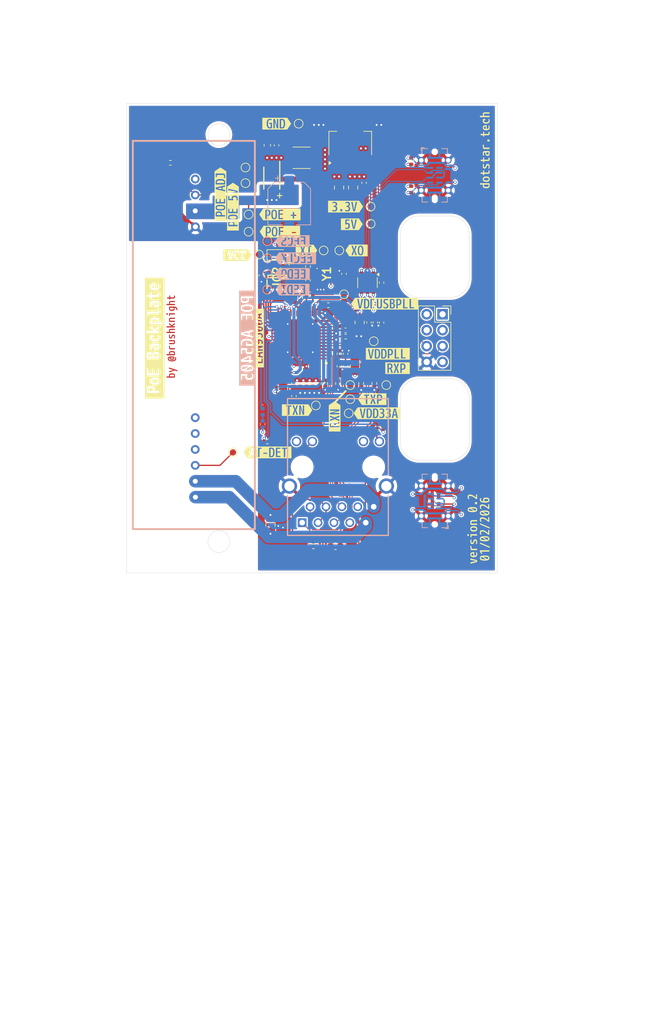
<source format=kicad_pcb>
(kicad_pcb (version 20241229) (generator "pcbnew") (generator_version "9.0")
  (title_block (title "PoE Backplate") (date "2026-02-01") (rev "v0.2") (company "dotstar.tech") (comment 1 "designed by Grigorii Merkushev (aka brushknight)") (comment 2 "brushknight.com"))
  (layers (0 "F.Cu" signal) (4 "In1.Cu" power) (6 "In2.Cu" power) (8 "In3.Cu" signal) (10 "In4.Cu" signal) (2 "B.Cu" signal) (13 "F.Paste" user) (15 "B.Paste" user) (5 "F.SilkS" user "F.Silkscreen") (7 "B.SilkS" user "B.Silkscreen") (1 "F.Mask" user) (3 "B.Mask" user) (25 "Edge.Cuts" user))
  (net 0 "")
  (net 1 "GND")
  (net 2 "/USB to Ethernet/CRYSTAL_XI")
  (net 3 "/USB to Ethernet/VDDUSBPLL")
  (net 4 "+3.3V")
  (net 5 "/USB to Ethernet/VDDCORE")
  (net 6 "/USB to Ethernet/VDDPLL")
  (net 7 "/USB to Ethernet/USBDN")
  (net 8 "/USB to Ethernet/ETH1_LED_FDX")
  (net 9 "/USB to Ethernet/EECS_GPIO0")
  (net 10 "/USB to Ethernet/EEDI_GPIO1")
  (net 11 "Net-(Y1-IN{slash}OUT)")
  (net 12 "/USB to Ethernet/EECLK_GPIO3")
  (net 13 "/USB to Ethernet/EEDO_GPIO2")
  (net 14 "/USB to Ethernet/CRYSTAL_XO")
  (net 15 "/PoE/VDD33A")
  (net 16 "/PoE/TXP")
  (net 17 "/PoE/TXN")
  (net 18 "/PoE/RXN")
  (net 19 "/PoE/RXP")
  (net 20 "/PoE/ETH1_LEDG")
  (net 21 "/USB to Ethernet/USBDP")
  (net 22 "/PoE/ETH1_LEDY")
  (net 23 "/PoE/POE_5V")
  (net 24 "+5V")
  (net 25 "Net-(D2-K)")
  (net 26 "Net-(U2-RXCT)")
  (net 27 "Net-(POE1-VIN+)")
  (net 28 "Net-(POE1-VIN-)")
  (net 29 "Net-(D3-A)")
  (net 30 "Net-(D1-A)")
  (net 38 "Net-(IC1-VBUS_DET)")
  (net 48 "Net-(IC1-USBRBIAS)")
  (net 53 "Net-(IC1-EXRES)")
  (net 55 "Net-(J3-CC2)")
  (net 56 "Net-(J3-CC1)")
  (net 57 "Net-(J4-D--PadA7)")
  (net 58 "Net-(J4-CC1)")
  (net 59 "Net-(J4-D+-PadA6)")
  (net 60 "Net-(J4-CC2)")
  (net 62 "Net-(POE1-AT-DET)")
  (net 66 "Net-(POE1-ADJ)")
  (net 67 "Net-(U2-G-)")
  (net 68 "Net-(U2-Y-)")
  (net 70 "/USB to Ethernet/USB_D+")
  (net 71 "/USB to Ethernet/USB_D-")
  (footprint "Package_TO_SOT_SMD:SOT-223-5" (layer "F.Cu") (at 76.75 47.45 90)
    (property "Reference" "U1" (hide yes))
    (property "Value" "LP38693MP-3.3" (hide yes))
  )
  (footprint "kibuzzard-68DA5448" (layer "F.Cu") (at 65.5 61.5)
    (property "Reference" "kibuzzard-68DA5448" (hide yes))
    (property "Value" "G***" (hide yes))
  )
  (footprint "kibuzzard-6978AB6C" (layer "F.Cu") (at 76 57.5)
    (property "Reference" "kibuzzard-6978AB6C" (hide yes))
    (property "Value" "G***" (hide yes))
  )
  (footprint "Resistor_SMD:R_0402_1005Metric" (layer "F.Cu") (at 76.01 78.25 180)
    (property "Reference" "R1" (hide yes))
    (property "Value" "12K" (hide yes))
  )
  (footprint "Capacitor_SMD:C_0603_1608Metric" (layer "F.Cu") (at 63.49 47.7 90)
    (property "Reference" "C21" (hide yes))
    (property "Value" "1uF" (hide yes))
  )
  (footprint "kibuzzard-68DA54A3" (layer "F.Cu") (at 56 55.5 90)
    (property "Reference" "kibuzzard-68DA54A3" (hide yes))
    (property "Value" "G***" (hide yes))
  )
  (footprint "TestPoint:TestPoint_Pad_D1.0mm" (layer "F.Cu") (at 75.75 71.5)
    (property "Reference" "TP17" (hide yes))
    (property "Value" "TestPoint" (hide yes))
  )
  (footprint "TestPoint:TestPoint_Pad_D1.0mm" (layer "F.Cu") (at 71.25 89.25)
    (property "Reference" "TP19" (hide yes))
    (property "Value" "TestPoint" (hide yes))
  )
  (footprint "Package_TO_SOT_SMD:SOT-23-6" (layer "F.Cu") (at 79.5 69.6375 -90)
    (property "Reference" "U5" (hide yes))
    (property "Value" "USBLC6-2SC6" (hide yes))
  )
  (footprint "Capacitor_SMD:C_0402_1005Metric" (layer "F.Cu") (at 69.75 85.75 90)
    (property "Reference" "C4" (hide yes))
    (property "Value" "100nF" (hide yes))
  )
  (footprint "TestPoint:TestPoint_Pad_D1.0mm" (layer "F.Cu") (at 60.5 61.5)
    (property "Reference" "TP8" (hide yes))
    (property "Value" "TestPoint" (hide yes))
  )
  (footprint "Capacitor_SMD:C_0402_1005Metric" (layer "F.Cu") (at 67.75 85.75 90)
    (property "Reference" "C1" (hide yes))
    (property "Value" "100nF" (hide yes))
  )
  (footprint "TestPoint:TestPoint_Pad_D1.0mm" (layer "F.Cu") (at 60 51.25)
    (property "Reference" "TP7" (hide yes))
    (property "Value" "TestPoint" (hide yes))
  )
  (footprint "Capacitor_SMD:C_0402_1005Metric" (layer "F.Cu") (at 67.75 87.75 -90)
    (property "Reference" "C13" (hide yes))
    (property "Value" "100nF" (hide yes))
  )
  (footprint "Capacitor_SMD:C_0402_1005Metric" (layer "F.Cu") (at 64.96 47.72 90)
    (property "Reference" "C22" (hide yes))
    (property "Value" "100nF" (hide yes))
  )
  (footprint "kibuzzard-697BD4F1" (layer "F.Cu") (at 68.25 90)
    (property "Reference" "kibuzzard-697BD4F1" (hide yes))
    (property "Value" "G***" (hide yes))
  )
  (footprint "kibuzzard-6978AB59" (layer "F.Cu") (at 77 60.313699)
    (property "Reference" "kibuzzard-6978AB59" (hide yes))
    (property "Value" "G***" (hide yes))
  )
  (footprint "kibuzzard-6985C4FD" (layer "F.Cu") (at 98.25 48.5 90)
    (property "Reference" "kibuzzard-6985C4FD" (hide yes))
    (property "Value" "G***" (hide yes))
  )
  (footprint "kibuzzard-68DA5440" (layer "F.Cu") (at 65.5 58.75)
    (property "Reference" "kibuzzard-68DA5440" (hide yes))
    (property "Value" "G***" (hide yes))
  )
  (footprint "Resistor_SMD:R_0402_1005Metric" (layer "F.Cu") (at 90.375001 105 180)
    (property "Reference" "R9" (hide yes))
    (property "Value" "5.1K" (hide yes))
  )
  (footprint "Capacitor_SMD:C_0805_2012Metric" (layer "F.Cu") (at 64 108.3 90)
    (property "Reference" "C24" (hide yes))
    (property "Value" "10nF" (hide yes))
  )
  (footprint "kibuzzard-697B6E2E" (layer "F.Cu") (at 77.75 64.5)
    (property "Reference" "kibuzzard-697B6E2E" (hide yes))
    (property "Value" "G***" (hide yes))
  )
  (footprint "TestPoint:TestPoint_Pad_D1.0mm" (layer "F.Cu") (at 80 57.5)
    (property "Reference" "TP13" (hide yes))
    (property "Value" "TestPoint")
  )
  (footprint "Capacitor_SMD:C_0402_1005Metric" (layer "F.Cu") (at 80.75 76 90)
    (property "Reference" "C11" (hide yes))
    (property "Value" "100nF" (hide yes))
  )
  (footprint "Capacitor_SMD:C_0402_1005Metric" (layer "F.Cu") (at 70.75 85.75 90)
    (property "Reference" "C6" (hide yes))
    (property "Value" "100nF" (hide yes))
  )
  (footprint "Capacitor_SMD:C_0402_1005Metric" (layer "F.Cu") (at 68.75 85.75 90)
    (property "Reference" "C2" (hide yes))
    (property "Value" "100nF" (hide yes))
  )
  (footprint "Resistor_SMD:R_0402_1005Metric" (layer "F.Cu") (at 70.85 111.75)
    (property "Reference" "R14" (hide yes))
    (property "Value" "10" (hide yes))
  )
  (footprint "Capacitor_SMD:C_0402_1005Metric" (layer "F.Cu") (at 76 81 -90)
    (property "Reference" "C7" (hide yes))
    (property "Value" "100nF" (hide yes))
  )
  (footprint "Capacitor_SMD:C_0402_1005Metric" (layer "F.Cu") (at 75 83 90)
    (property "Reference" "C3" (hide yes))
    (property "Value" "100nF" (hide yes))
  )
  (footprint "ECS-250-18-36B2-CTY-TR:ECS2501836B2CTYTR" (layer "F.Cu") (at 73 68.23 -90)
    (property "Reference" "Y1")
    (property "Value" "ECS-250-18-36B2-CTY-TR" (hide yes))
  )
  (footprint "kibuzzard-68D6D404" (layer "F.Cu") (at 63.5 96.75)
    (property "Reference" "kibuzzard-68D6D404" (hide yes))
    (property "Value" "G***" (hide yes))
  )
  (footprint "Resistor_SMD:R_1812_4532Metric" (layer "F.Cu") (at 68.96 49.7)
    (property "Reference" "FB4" (hide yes))
    (property "Value" "CBM453215U101T" (hide yes))
  )
  (footprint "kibuzzard-697F858D" (layer "F.Cu") (at 81 90.5)
    (property "Reference" "kibuzzard-697F858D" (hide yes))
    (property "Value" "G***" (hide yes))
  )
  (footprint "Resistor_SMD:R_0402_1005Metric" (layer "F.Cu") (at 81.5 93)
    (property "Reference" "R12" (hide yes))
    (property "Value" "3.3K" (hide yes))
  )
  (footprint "Diode_SMD:D_SOD-323" (layer "F.Cu") (at 65.05 65.23)
    (property "Reference" "D2" (hide yes))
    (property "Value" "B0540WS" (hide yes))
  )
  (footprint "Capacitor_SMD:C_0402_1005Metric" (layer "F.Cu") (at 81.75 76.02 90)
    (property "Reference" "C10" (hide yes))
    (property "Value" "1uF" (hide yes))
  )
  (footprint "kibuzzard-697B6E24" (layer "F.Cu") (at 69.75 64.5)
    (property "Reference" "kibuzzard-697B6E24" (hide yes))
    (property "Value" "G***" (hide yes))
  )
  (footprint "Capacitor_SMD:C_0402_1005Metric" (layer "F.Cu") (at 81.75 69.6375 -90)
    (property "Reference" "C26" (hide yes))
    (property "Value" "100nF" (hide yes))
  )
  (footprint "TestPoint:TestPoint_Pad_D1.0mm" (layer "F.Cu") (at 76.75 86)
    (property "Reference" "TP21" (hide yes))
    (property "Value" "TestPoint" (hide yes))
  )
  (footprint "Resistor_SMD:R_0402_1005Metric" (layer "F.Cu") (at 86.5 54.75 -90)
    (property "Reference" "R10" (hide yes))
    (property "Value" "56K" (hide yes))
  )
  (footprint "TestPoint:TestPoint_Pad_D1.0mm" (layer "F.Cu") (at 76.75 88.25)
    (property "Reference" "TP20" (hide yes))
    (property "Value" "TestPoint" (hide yes))
  )
  (footprint "kibuzzard-6985C516" (layer "F.Cu") (at 45.5 78.5 90)
    (property "Reference" "kibuzzard-6985C516" (hide yes))
    (property "Value" "G***" (hide yes))
  )
  (footprint "TestPoint:TestPoint_Pad_D1.0mm" (layer "F.Cu") (at 72.5 64.5)
    (property "Reference" "TP15" (hide yes))
    (property "Value" "TestPoint" (hide yes))
  )
  (footprint "Capacitor_SMD:C_0402_1005Metric" (layer "F.Cu") (at 76 83 90)
    (property "Reference" "C9" (hide yes))
    (property "Value" "100nF" (hide yes))
  )
  (footprint "TestPoint:TestPoint_Pad_D1.0mm" (layer "F.Cu") (at 60 53.75)
    (property "Reference" "TP10" (hide yes))
    (property "Value" "TestPoint" (hide yes))
  )
  (footprint "kibuzzard-6978AB9F" (layer "F.Cu") (at 65 44.25)
    (property "Reference" "kibuzzard-6978AB9F" (hide yes))
    (property "Value" "G***" (hide yes))
  )
  (footprint "Resistor_SMD:R_0402_1005Metric" (layer "F.Cu") (at 80.6 85.73 90)
    (property "Reference" "R16" (hide yes))
    (property "Value" "49.9" (hide yes))
  )
  (footprint "Resistor_SMD:R_0805_2012Metric" (layer "F.Cu") (at 66 86.5675 -90)
    (property "Reference" "FB2" (hide yes))
    (property "Value" "BLM21PG221SN1D" (hide yes))
  )
  (footprint "Capacitor_SMD:C_0402_1005Metric" (layer "F.Cu") (at 62.55 68.48 90)
    (property "Reference" "C16" (hide yes))
    (property "Value" "100nF" (hide yes))
  )
  (footprint "Capacitor_SMD:C_0402_1005Metric" (layer "F.Cu") (at 79.75 76 90)
    (property "Reference" "C12" (hide yes))
    (property "Value" "100nF" (hide yes))
  )
  (footprint "Capacitor_SMD:C_0402_1005Metric" (layer "F.Cu") (at 75 81 -90)
    (property "Reference" "C5" (hide yes))
    (property "Value" "100nF" (hide yes))
  )
  (footprint "kibuzzard-68DA512A" (layer "F.Cu") (at 80.25 88.25)
    (property "Reference" "kibuzzard-68DA512A" (hide yes))
    (property "Value" "G***" (hide yes))
  )
  (footprint "Resistor_SMD:R_0402_1005Metric" (layer "F.Cu") (at 63.5 95 180)
    (property "Reference" "R13" (hide yes))
    (property "Value" "3.3K" (hide yes))
  )
  (footprint "Capacitor_SMD:C_0402_1005Metric" (layer "F.Cu") (at 71.75 85.75 90)
    (property "Reference" "C8" (hide yes))
    (property "Value" "100nF" (hide yes))
  )
  (footprint "TestPoint:TestPoint_Pad_D1.0mm" (layer "F.Cu") (at 62.15 65.15)
    (property "Reference" "TP6" (hide yes))
    (property "Value" "TestPoint" (hide yes))
  )
  (footprint "kibuzzard-68DA5505" (layer "F.Cu") (at 58.75 65.25)
    (property "Reference" "kibuzzard-68DA5505" (hide yes))
    (property "Value" "G***" (hide yes))
  )
  (footprint "kibuzzard-697F85B0" (layer "F.Cu") (at 62 78.5 90)
    (property "Reference" "kibuzzard-697F85B0" (hide yes))
    (property "Value" "G***" (hide yes))
  )
  (footprint "Resistor_SMD:R_0805_2012Metric" (layer "F.Cu") (at 78.25 76 -90)
    (property "Reference" "FB3" (hide yes))
    (property "Value" "BLM21PG221SN1D" (hide yes))
  )
  (footprint "kibuzzard-697F8524" (layer "F.Cu") (at 74.25 91 90)
    (property "Reference" "kibuzzard-697F8524" (hide yes))
    (property "Value" "G***" (hide yes))
  )
  (footprint "Capacitor_SMD:C_0402_1005Metric" (layer "F.Cu") (at 76 77.25 180)
    (property "Reference" "C14" (hide yes))
    (property "Value" "100nF" (hide yes))
  )
  (footprint "kibuzzard-68DAA144" (layer "F.Cu") (at 48.25 78.25 90)
    (property "Reference" "kibuzzard-68DAA144" (hide yes))
    (property "Value" "G***" (hide yes))
  )
  (footprint "kibuzzard-697F8566" (layer "F.Cu") (at 84.3 83.3)
    (property "Reference" "kibuzzard-697F8566" (hide yes))
    (property "Value" "G***" (hide yes))
  )
  (footprint "Capacitor_SMD:C_0402_1005Metric" (layer "F.Cu") (at 75.75 68.23 -90)
    (property "Reference" "C18" (hide yes))
    (property "Value" "24pF" (hide yes))
  )
  (footprint "Capacitor_SMD:C_0402_1005Metric" (layer "F.Cu") (at 78.96 53.7 90)
    (property "Reference" "C20" (hide yes))
    (property "Value" "100nF" (hide yes))
  )
  (footprint "Resistor_SMD:R_0402_1005Metric" (layer "F.Cu") (at 65.75 63.5)
    (property "Reference" "R7" (hide yes))
    (property "Value" "10K" (hide yes))
  )
  (footprint "Capacitor_SMD:C_0805_2012Metric" (layer "F.Cu") (at 77.21 54.45 90)
    (property "Reference" "C19" (hide yes))
    (property "Value" "1uF" (hide yes))
  )
  (footprint "Resistor_SMD:R_0805_2012Metric" (layer "F.Cu") (at 77.5 83 90)
    (property "Reference" "FB1" (hide yes))
    (property "Value" "BLM21PG221SN1D" (hide yes))
  )
  (footprint "Resistor_SMD:R_0402_1005Metric" (layer "F.Cu") (at 73.25 73.25 180)
    (property "Reference" "R2" (hide yes))
    (property "Value" "12K" (hide yes))
  )
  (footprint "Capacitor_SMD:C_0805_2012Metric" (layer "F.Cu") (at 74.96 54.45 90)
    (property "Reference" "C17" (hide yes))
    (property "Value" "1uF" (hide yes))
  )
  (footprint "Resistor_SMD:R_0402_1005Metric" (layer "F.Cu") (at 74.8 85.75 90)
    (property "Reference" "R18" (hide yes))
    (property "Value" "49.9" (hide yes))
  )
  (footprint "TestPoint:TestPoint_Pad_D1.0mm" (layer "F.Cu") (at 68.5 44.25)
    (property "Reference" "TP1" (hide yes))
    (property "Value" "TestPoint")
  )
  (footprint "kibuzzard-697F85DD" (layer "F.Cu") (at 98.25 109 90)
    (property "Reference" "kibuzzard-697F85DD" (hide yes))
    (property "Value" "G***" (hide yes))
  )
  (footprint "LAN9500A-ABZJ:QFN50P800X800X100-57N-D" (layer "F.Cu") (at 68.5 78.5 180)
    (property "Reference" "IC1" (hide yes))
    (property "Value" "LAN9500A-ABZJ" (hide yes))
  )
  (footprint "SS54F-HF:SODFL4626X120N" (layer "F.Cu") (at 64.21 52.95 -90)
    (property "Reference" "D3" (hide yes))
    (property "Value" "SS54F" (hide yes))
  )
  (footprint "TestPoint:TestPoint_Pad_D1.0mm" (layer "F.Cu") (at 60.5 58.75)
    (property "Reference" "TP9" (hide yes))
    (property "Value" "TestPoint" (hide yes))
  )
  (footprint "Resistor_SMD:R_0402_1005Metric" (layer "F.Cu") (at 78.5 85.74 90)
    (property "Reference" "R15" (hide yes))
    (property "Value" "49.9" (hide yes))
  )
  (footprint "TestPoint:TestPoint_Pad_D1.0mm" (layer "F.Cu") (at 80.5 79)
    (property "Reference" "TP18" (hide yes))
    (property "Value" "TestPoint" (hide yes))
  )
  (footprint "Resistor_SMD:R_0402_1005Metric" (layer "F.Cu") (at 72.75 85.75 90)
    (property "Reference" "R17" (hide yes))
    (property "Value" "49.9" (hide yes))
  )
  (footprint "93LC66AT-I_OT:SOT95P270X145-6N" (layer "F.Cu") (at 65.05 68.65 90)
    (property "Reference" "IC2")
    (property "Value" "93LC66AT-I_OT" (hide yes))
  )
  (footprint "TestPoint:TestPoint_Pad_D1.0mm" (layer "F.Cu") (at 82.5 86)
    (property "Reference" "TP22" (hide yes))
    (property "Value" "TestPoint" (hide yes))
  )
  (footprint "TestPoint:TestPoint_Pad_D1.0mm" (layer "F.Cu") (at 75 64.5)
    (property "Reference" "TP14" (hide yes))
    (property "Value" "TestPoint" (hide yes))
  )
  (footprint "Capacitor_SMD:C_0402_1005Metric" (layer "F.Cu") (at 70 69.27 90)
    (property "Reference" "C15" (hide yes))
    (property "Value" "24pF" (hide yes))
  )
  (footprint "Resistor_SMD:R_0402_1005Metric" (layer "F.Cu") (at 86.5 50.24 90)
    (property "Reference" "R8" (hide yes))
    (property "Value" "56K" (hide yes))
  )
  (footprint "Resistor_SMD:R_0402_1005Metric" (layer "F.Cu") (at 68.75 72 -90)
    (property "Reference" "R3" (hide yes))
    (property "Value" "0" (hide yes))
  )
  (footprint "kibuzzard-697F85E3" (layer "F.Cu") (at 96.25 109 90)
    (property "Reference" "kibuzzard-697F85E3" (hide yes))
    (property "Value" "G***" (hide yes))
  )
  (footprint "TestPoint:TestPoint_Pad_D1.0mm" (layer "F.Cu") (at 80 60.25)
    (property "Reference" "TP12" (hide yes))
    (property "Value" "TestPoint")
  )
  (footprint "kibuzzard-68D6D564" (layer "F.Cu") (at 58 57.5 90)
    (property "Reference" "kibuzzard-68D6D564" (hide yes))
    (property "Value" "G***" (hide yes))
  )
  (footprint "kibuzzard-697F855F" (layer "F.Cu") (at 82.75 81)
    (property "Reference" "kibuzzard-697F855F" (hide yes))
    (property "Value" "G***" (hide yes))
  )
  (footprint "TestPoint:TestPoint_Pad_D1.0mm" (layer "F.Cu") (at 76.5 90.5)
    (property "Reference" "TP16" (hide yes))
    (property "Value" "TestPoint" (hide yes))
  )
  (footprint "kibuzzard-68DA5225" (layer "F.Cu") (at 82.25 73)
    (property "Reference" "kibuzzard-68DA5225" (hide yes))
    (property "Value" "G***" (hide yes))
  )
  (footprint "Connector_PinSocket_2.54mm:PinSocket_2x04_P2.54mm_Vertical" (layer "F.Cu") (at 91.5 74.69)
    (property "Reference" "J5" (hide yes))
    (property "Value" "Conn_02x04_Counter_Clockwise" (hide yes))
  )
  (footprint "Resistor_SMD:R_0402_1005Metric" (layer "F.Cu") (at 90.355001 103.75 180)
    (property "Reference" "R11" (hide yes))
    (property "Value" "5.1K" (hide yes))
  )
  (footprint "Capacitor_SMD:C_0603_1608Metric" (layer "F.Cu") (at 74.385 111.75)
    (property "Reference" "C23" (hide yes))
    (property "Value" "22nF" (hide yes))
  )
  (footprint "Resistor_SMD:R_0402_1005Metric" (layer "F.Cu") (at 70 67.04 -90)
    (property "Reference" "R5" (hide yes))
    (property "Value" "0" (hide yes))
  )
  (footprint "Resistor_SMD:R_0402_1005Metric" (layer "F.Cu") (at 48 50.5 180)
    (property "Reference" "R19" (hide yes))
    (property "Value" "50K" (hide yes))
  )
  (footprint "TestPoint:TestPoint_Pad_D1.0mm" (layer "F.Cu") (at 58 96.75)
    (property "Reference" "TP11" (hide yes))
    (property "Value" "TestPoint" (hide yes))
  )
  (footprint "Resistor_SMD:R_0402_1005Metric" (layer "F.Cu") (at 70.25 71.5)
    (property "Reference" "R4" (hide yes))
    (property "Value" "1M" (hide yes))
  )
  (footprint "Connector_USB:USB_C_Receptacle_G-Switch_GT-USB-7051x" (layer "B.Cu") (at 90.25 52.5 -90)
    (property "Reference" "J3" (hide yes))
    (property "Value" "USB_C_Receptacle_USB2.0_14P" (hide yes))
  )
  (footprint "HY931147C:HY931147C" (layer "B.Cu") (at 74.775 99.08 -90)
    (property "Reference" "U2" (hide yes))
    (property "Value" "HY931147C" (hide yes))
  )
  (footprint "kibuzzard-68DA50DD" (layer "B.Cu") (at 68 65.75 180)
    (property "Reference" "kibuzzard-68DA50DD" (hide yes))
    (property "Value" "G***" (hide yes))
  )
  (footprint "AG5405:AG5405" (layer "B.Cu") (at 51.975 93.74)
    (property "Reference" "POE1" (hide yes))
    (property "Value" "AG5405" (hide yes))
  )
  (footprint "TestPoint:TestPoint_Pad_D1.0mm" (layer "B.Cu") (at 63.5 70.75)
    (property "Reference" "TP2" (hide yes))
    (property "Value" "TestPoint" (hide yes))
  )
  (footprint "Capacitor_SMD:CP_Elec_6.3x7.7" (layer "B.Cu") (at 67 57 -90)
    (property "Reference" "C25" (hide yes))
    (property "Value" "470µF" (hide yes))
  )
  (footprint "Connector_USB:USB_C_Receptacle_G-Switch_GT-USB-7051x" (layer "B.Cu") (at 90.25 104.5 90)
    (property "Reference" "J4" (hide yes))
    (property "Value" "USB_C_Receptacle_USB2.0_14P" (hide yes))
  )
  (footprint "kibuzzard-68DA50C8" (layer "B.Cu") (at 67.5 70.75 180)
    (property "Reference" "kibuzzard-68DA50C8" (hide yes))
    (property "Value" "G***" (hide yes))
  )
  (footprint "TestPoint:TestPoint_Pad_D1.0mm" (layer "B.Cu") (at 63.5 65.75)
    (property "Reference" "TP5" (hide yes))
    (property "Value" "TestPoint" (hide yes))
  )
  (footprint "TestPoint:TestPoint_Pad_D1.0mm" (layer "B.Cu") (at 63.5 68.25)
    (property "Reference" "TP3" (hide yes))
    (property "Value" "TestPoint" (hide yes))
  )
  (footprint "kibuzzard-68DA50CF" (layer "B.Cu") (at 67.5 68.25 180)
    (property "Reference" "kibuzzard-68DA50CF" (hide yes))
    (property "Value" "G***" (hide yes))
  )
  (footprint "TestPoint:TestPoint_Pad_D1.0mm" (layer "B.Cu") (at 63.5 63)
    (property "Reference" "TP4" (hide yes))
    (property "Value" "TestPoint" (hide yes))
  )
  (footprint "kibuzzard-68DA50D5" (layer "B.Cu") (at 67.5 63 180)
    (property "Reference" "kibuzzard-68DA50D5" (hide yes))
    (property "Value" "G***" (hide yes))
  )
  (footprint "LED_SMD:LED_0402_1005Metric" (layer "B.Cu") (at 62.75 90.25 -90)
    (property "Reference" "D1" (hide yes))
    (property "Value" "GREEN" (hide yes))
  )
  (footprint "kibuzzard-68DA6D8B" (layer "B.Cu") (at 60.25 78.5 -90)
    (property "Reference" "kibuzzard-68DA6D8B" (hide yes))
    (property "Value" "G***" (hide yes))
  )
  (footprint "Resistor_SMD:R_0402_1005Metric" (layer "B.Cu") (at 62.75 92.25 -90)
    (property "Reference" "R6" (hide yes))
    (property "Value" "3.3K" (hide yes))
  )
  (gr_line (start 74.25 88.8) (end 76 86.966324) (stroke (width 0.3)) (layer "F.SilkS"))
  (gr_rect (start 42 47) (end 61.5 109) (stroke (width 0.3)) (fill no) (layer "B.SilkS"))
  (gr_arc (start 95.750001 95) (mid 94.871321 97.12132) (end 92.750001 98) (stroke (width 0.05)) (layer "Edge.Cuts"))
  (gr_circle (center 55.75 46) (end 57.5 46) (stroke (width 0.05)) (fill no) (layer "Edge.Cuts"))
  (gr_line (start 87.75 98) (end 92.750001 98) (stroke (width 0.05)) (layer "Edge.Cuts"))
  (gr_circle (center 55.75 111) (end 57.5 111) (stroke (width 0.05)) (fill no) (layer "Edge.Cuts"))
  (gr_arc (start 87.749999 72) (mid 85.628679 71.12132) (end 84.749999 69) (stroke (width 0.05)) (layer "Edge.Cuts"))
  (gr_line (start 92.75 85) (end 87.75 85) (stroke (width 0.05)) (layer "Edge.Cuts"))
  (gr_arc (start 92.750001 85) (mid 94.871321 85.87868) (end 95.750001 88) (stroke (width 0.05)) (layer "Edge.Cuts"))
  (gr_line (start 84.749999 62) (end 84.749999 69) (stroke (width 0.05)) (layer "Edge.Cuts"))
  (gr_line (start 41 41) (end 100.25 41) (stroke (width 0.05)) (layer "Edge.Cuts"))
  (gr_line (start 84.75 88) (end 84.75 95) (stroke (width 0.05)) (layer "Edge.Cuts"))
  (gr_line (start 41 116) (end 41 41) (stroke (width 0.05)) (layer "Edge.Cuts"))
  (gr_line (start 95.75 69) (end 95.75 62) (stroke (width 0.05)) (layer "Edge.Cuts"))
  (gr_arc (start 84.75 88) (mid 85.62868 85.87868) (end 87.75 85) (stroke (width 0.05)) (layer "Edge.Cuts"))
  (gr_line (start 95.750001 95) (end 95.750001 88) (stroke (width 0.05)) (layer "Edge.Cuts"))
  (gr_line (start 92.75 59) (end 87.749999 59) (stroke (width 0.05)) (layer "Edge.Cuts"))
  (gr_line (start 100.25 41) (end 100.25 116) (stroke (width 0.05)) (layer "Edge.Cuts"))
  (gr_line (start 100.25 116) (end 41 116) (stroke (width 0.05)) (layer "Edge.Cuts"))
  (gr_arc (start 95.75 69) (mid 94.87132 71.12132) (end 92.75 72) (stroke (width 0.05)) (layer "Edge.Cuts"))
  (gr_line (start 87.749999 72) (end 92.75 72) (stroke (width 0.05)) (layer "Edge.Cuts"))
  (gr_arc (start 92.75 59) (mid 94.87132 59.87868) (end 95.75 62) (stroke (width 0.05)) (layer "Edge.Cuts"))
  (gr_arc (start 87.75 98) (mid 85.62868 97.12132) (end 84.75 95) (stroke (width 0.05)) (layer "Edge.Cuts"))
  (gr_arc (start 84.749999 62) (mid 85.628679 59.87868) (end 87.749999 59) (stroke (width 0.05)) (layer "Edge.Cuts"))
  (gr_text "+" (at 66.265211 66.946903 0) (layer "F.SilkS") (effects (font (size 1 1)) (justify left bottom)))
  (gr_text "+" (at 64.75 56.25 0) (layer "F.SilkS") (effects (font (size 1 1)) (justify left bottom)))
  (segment (start 79.731001 69.3935) (end 79.5 69.162499) (width 0.2) (layer "F.Cu") (net 1))
  (segment (start 52 60.72) (end 47.49 56.21) (width 0.2) (layer "F.Cu") (net 1))
  (segment (start 76.48 77.25) (end 76.48 78.21) (width 0.23) (layer "F.Cu") (net 1))
  (segment (start 81.75 69.1575) (end 81.514 69.3935) (width 0.2) (layer "F.Cu") (net 1))
  (segment (start 47.49 56.21) (end 47.49 50.5) (width 0.2) (layer "F.Cu") (net 1))
  (segment (start 70 69.75) (end 71.68 69.75) (width 0.23) (layer "F.Cu") (net 1))
  (segment (start 64.55 77.25) (end 67.25 77.25) (width 0.23) (layer "F.Cu") (net 1))
  (segment (start 72.45 75.75) (end 71.25 75.75) (width 0.23) (layer "F.Cu") (net 1))
  (segment (start 79.5 69.162499) (end 79.5 68.5) (width 0.2) (layer "F.Cu") (net 1))
  (segment (start 76.48 78.21) (end 76.52 78.25) (width 0.23) (layer "F.Cu") (net 1))
  (segment (start 81.514 69.3935) (end 79.731001 69.3935) (width 0.2) (layer "F.Cu") (net 1))
  (segment (start 71.25 75.75) (end 70.875 76.125) (width 0.23) (layer "F.Cu") (net 1))
  (segment (start 71.68 69.75) (end 72.35 69.08) (width 0.23) (layer "F.Cu") (net 1))
  (via (at 78.5 78.2) (size 0.5) (drill 0.3) (layers "F.Cu" "B.Cu") (net 1))
  (via (at 80.96 44.45) (size 0.5) (drill 0.3) (layers "F.Cu" "B.Cu") (net 1))
  (via (at 75.5 80.5) (size 0.45) (drill 0.25) (layers "F.Cu" "B.Cu") (net 1))
  (via (at 70.75 80.75) (size 0.45) (drill 0.25) (layers "F.Cu" "B.Cu") (net 1))
  (via (at 71.71 44.45) (size 0.5) (drill 0.3) (layers "F.Cu" "B.Cu") (net 1))
  (via (at 76.5 80.5) (size 0.45) (drill 0.25) (layers "F.Cu" "B.Cu") (net 1))
  (via (at 68.75 87.25) (size 0.5) (drill 0.3) (layers "F.Cu" "B.Cu") (net 1))
  (via (at 72 70.75) (size 0.45) (drill 0.25) (layers "F.Cu" "B.Cu") (net 1))
  (via (at 70.96 44.45) (size 0.5) (drill 0.3) (layers "F.Cu" "B.Cu") (net 1))
  (via (at 79.5 67.7) (size 0.5) (drill 0.3) (layers "F.Cu" "B.Cu") (net 1))
  (via (at 75.5 83.5) (size 0.45) (drill 0.25) (layers "F.Cu" "B.Cu") (net 1))
  (via (at 69.5 87.25) (size 0.5) (drill 0.3) (layers "F.Cu" "B.Cu") (net 1))
  (via (at 70.75 76.25) (size 0.45) (drill 0.25) (layers "F.Cu" "B.Cu") (net 1))
  (via (at 71.5 70.75) (size 0.45) (drill 0.25) (layers "F.Cu" "B.Cu") (net 1))
  (via (at 62.55 69.5) (size 0.45) (drill 0.25) (layers "F.Cu" "B.Cu") (net 1))
  (via (at 71 87.25) (size 0.5) (drill 0.3) (layers "F.Cu" "B.Cu") (net 1))
  (via (at 80.25 76.5) (size 0.5) (drill 0.3) (layers "F.Cu" "B.Cu") (net 1))
  (via (at 71.75 87.25) (size 0.5) (drill 0.3) (layers "F.Cu" "B.Cu") (net 1))
  (via (at 66.75 76.25) (size 0.45) (drill 0.25) (layers "F.Cu" "B.Cu") (net 1))
  (via (at 81.25 76.5) (size 0.5) (drill 0.3) (layers "F.Cu" "B.Cu") (net 1))
  (via (at 81.71 44.45) (size 0.5) (drill 0.3) (layers "F.Cu" "B.Cu") (net 1))
  (via (at 66 108.75) (size 0.45) (drill 0.25) (layers "F.Cu" "B.Cu") (net 1))
  (via (at 72.46 44.45) (size 0.5) (drill 0.3) (layers "F.Cu" "B.Cu") (net 1))
  (via (at 72.5 70.75) (size 0.45) (drill 0.25) (layers "F.Cu" "B.Cu") (net 1))
  (via (at 65.05 70.75) (size 0.45) (drill 0.25) (layers "F.Cu" "B.Cu") (net 1))
  (via (at 77.75 78.2) (size 0.5) (drill 0.3) (layers "F.Cu" "B.Cu") (net 1))
  (via (at 65.25 108.5) (size 0.45) (drill 0.25) (layers "F.Cu" "B.Cu") (net 1))
  (via (at 66.75 80.75) (size 0.45) (drill 0.25) (layers "F.Cu" "B.Cu") (net 1))
  (via (at 75 67.75) (size 0.45) (drill 0.25) (layers "F.Cu" "B.Cu") (net 1))
  (via (at 70.25 87.25) (size 0.5) (drill 0.3) (layers "F.Cu" "B.Cu") (net 1))
  (segment (start 75.04 68.71) (end 75.75 68.71) (width 0.23) (layer "F.Cu") (net 2))
  (segment (start 74 71.5) (end 75.75 69.75) (width 0.23) (layer "F.Cu") (net 2))
  (segment (start 77 67.96) (end 76.25 68.71) (width 0.2) (layer "F.Cu") (net 2))
  (segment (start 73.65 70.18) (end 73.65 69.08) (width 0.2) (layer "F.Cu") (net 2))
  (segment (start 75 64.5) (end 77 66.5) (width 0.2) (layer "F.Cu") (net 2))
  (segment (start 76.25 68.71) (end 75.75 68.71) (width 0.2) (layer "F.Cu") (net 2))
  (segment (start 75.75 69.75) (end 75.75 68.71) (width 0.23) (layer "F.Cu") (net 2))
  (segment (start 77 66.5) (end 77 67.96) (width 0.2) (layer "F.Cu") (net 2))
  (segment (start 73.65 69.08) (end 74.67 69.08) (width 0.23) (layer "F.Cu") (net 2))
  (segment (start 70.76 72.602558) (end 70.25 73.112558) (width 0.23) (layer "F.Cu") (net 2))
  (segment (start 74.67 69.08) (end 75.04 68.71) (width 0.23) (layer "F.Cu") (net 2))
  (segment (start 70.76 71.5) (end 70.76 72.602558) (width 0.23) (layer "F.Cu") (net 2))
  (segment (start 70.25 73.112558) (end 70.25 74.55) (width 0.23) (layer "F.Cu") (net 2))
  (segment (start 75.96 68.71) (end 75.75 68.71) (width 0.23) (layer "F.Cu") (net 2))
  (segment (start 70.76 71.5) (end 74 71.5) (width 0.23) (layer "F.Cu") (net 2))
  (via (at 73.65 70.18) (size 0.5) (drill 0.3) (layers "F.Cu" "B.Cu") (net 2))
  (segment (start 72 72.25) (end 75 72.25) (width 0.23) (layer "F.Cu") (net 3))
  (segment (start 65.23 87.48) (end 64.75 87) (width 0.23) (layer "F.Cu") (net 3))
  (segment (start 66.75 88.23) (end 66 87.48) (width 0.23) (layer "F.Cu") (net 3))
  (segment (start 70.75 74.55) (end 70.75 73.5) (width 0.23) (layer "F.Cu") (net 3))
  (segment (start 71.25 73) (end 72 72.25) (width 0.23) (layer "F.Cu") (net 3))
  (segment (start 67.75 88.23) (end 66.75 88.23) (width 0.23) (layer "F.Cu") (net 3))
  (segment (start 75 72.25) (end 75.75 71.5) (width 0.23) (layer "F.Cu") (net 3))
  (segment (start 66 87.48) (end 65.23 87.48) (width 0.23) (layer "F.Cu") (net 3))
  (segment (start 71.25 73) (end 70.75 73.5) (width 0.23) (layer "F.Cu") (net 3))
  (via (at 71.25 73) (size 0.5) (drill 0.3) (layers "F.Cu" "B.Cu") (net 3))
  (via (at 64.75 87) (size 0.5) (drill 0.3) (layers "F.Cu" "B.Cu") (net 3))
  (segment (start 65.5 86.25) (end 71.5 86.25) (width 0.5) (layer "B.Cu") (net 3))
  (segment (start 71.5 86.25) (end 72.5 85.25) (width 0.5) (layer "B.Cu") (net 3))
  (segment (start 72.5 85.25) (end 72.5 76.5) (width 0.5) (layer "B.Cu") (net 3))
  (segment (start 71 73.25) (end 71.25 73) (width 0.5) (layer "B.Cu") (net 3))
  (segment (start 71 75) (end 71 73.25) (width 0.5) (layer "B.Cu") (net 3))
  (segment (start 72.5 76.5) (end 71 75) (width 0.5) (layer "B.Cu") (net 3))
  (segment (start 64.75 87) (end 65.5 86.25) (width 0.5) (layer "B.Cu") (net 3))
  (segment (start 66.75 74) (end 67 73.75) (width 0.2) (layer "F.Cu") (net 4))
  (segment (start 79.7 52.7) (end 78.96 52.7) (width 0.2) (layer "F.Cu") (net 4))
  (segment (start 67.25 74.55) (end 67.25 74) (width 0.2) (layer "F.Cu") (net 4))
  (segment (start 66.75 74.55) (end 66.75 74) (width 0.2) (layer "F.Cu") (net 4))
  (segment (start 63.75 78.25) (end 64.55 78.25) (width 0.2) (layer "F.Cu") (net 4))
  (segment (start 67.25 74) (end 67 73.75) (width 0.2) (layer "F.Cu") (net 4))
  (segment (start 66.75 65.23) (end 66.1 65.23) (width 0.23) (layer "F.Cu") (net 4))
  (segment (start 80 57.5) (end 80 53) (width 0.2) (layer "F.Cu") (net 4))
  (segment (start 80 53) (end 79.7 52.7) (width 0.2) (layer "F.Cu") (net 4))
  (segment (start 68.75 71) (end 68.75 71.49) (width 0.23) (layer "F.Cu") (net 4))
  (via (at 78.21 52.7) (size 0.5) (drill 0.3) (layers "F.Cu" "B.Cu") (net 4))
  (via (at 78.96 52.7) (size 0.5) (drill 0.3) (layers "F.Cu" "B.Cu") (net 4))
  (via (at 77.46 52.7) (size 0.5) (drill 0.3) (layers "F.Cu" "B.Cu") (net 4))
  (via (at 67 73.75) (size 0.5) (drill 0.3) (layers "F.Cu" "B.Cu") (net 4))
  (via (at 68.25 85.25) (size 0.5) (drill 0.3) (layers "F.Cu" "B.Cu") (net 4))
  (via (at 71.25 85.25) (size 0.5) (drill 0.3) (layers "F.Cu" "B.Cu") (net 4))
  (via (at 62.75 93.5) (size 0.5) (drill 0.3) (layers "F.Cu" "B.Cu") (net 4))
  (via (at 69.25 85.25) (size 0.5) (drill 0.3) (layers "F.Cu" "B.Cu") (net 4))
  (via (at 77.5 84.5) (size 0.5) (drill 0.3) (layers "F.Cu" "B.Cu") (net 4))
  (via (at 76.71 52.7) (size 0.5) (drill 0.3) (layers "F.Cu" "B.Cu") (net 4))
  (via (at 70.25 85.25) (size 0.5) (drill 0.3) (layers "F.Cu" "B.Cu") (net 4))
  (via (at 68.75 71) (size 0.5) (drill 0.3) (layers "F.Cu" "B.Cu") (net 4))
  (via (at 69.75 83) (size 0.45) (drill 0.25) (layers "F.Cu" "B.Cu") (net 4))
  (via (at 66.75 65.23) (size 0.5) (drill 0.3) (layers "F.Cu" "B.Cu") (net 4))
  (via (at 63.75 78.25) (size 0.5) (drill 0.3) (layers "F.Cu" "B.Cu") (net 4))
  (via (at 67.75 83) (size 0.45) (drill 0.25) (layers "F.Cu" "B.Cu") (net 4))
  (segment (start 62.75 92.76) (end 62.75 93.5) (width 0.23) (layer "B.Cu") (net 4))
  (segment (start 68.38 73.5) (end 68.75 73.87) (width 0.23) (layer "F.Cu") (net 5))
  (segment (start 66 84.75) (end 66 85.655) (width 0.23) (layer "F.Cu") (net 5))
  (segment (start 68.75 83.5) (end 68.25 84) (width 0.23) (layer "F.Cu") (net 5))
  (segment (start 68.75 82.45) (end 68.75 83.5) (width 0.23) (layer "F.Cu") (net 5))
  (segment (start 68.25 84) (end 67.75 84) (width 0.23) (layer "F.Cu") (net 5))
  (segment (start 67.75 84) (end 66.75 84) (width 0.23) (layer "F.Cu") (net 5))
  (segment (start 81.75 75.54) (end 78.7025 75.54) (width 0.23) (layer "F.Cu") (net 5))
  (segment (start 78.7025 75.54) (end 78.25 75.0875) (width 0.23) (layer "F.Cu") (net 5))
  (segment (start 78.25 74.25) (end 78.25 75.0875) (width 0.23) (layer "F.Cu") (net 5))
  (segment (start 68.75 73.87) (end 68.75 74.55) (width 0.23) (layer "F.Cu") (net 5))
  (segment (start 66.75 84) (end 66 84.75) (width 0.23) (layer "F.Cu") (net 5))
  (segment (start 67.75 73.5) (end 68.38 73.5) (width 0.23) (layer "F.Cu") (net 5))
  (via (at 67.75 73.5) (size 0.5) (drill 0.3) (layers "F.Cu" "B.Cu") (net 5))
  (via (at 78.25 74.25) (size 0.5) (drill 0.3) (layers "F.Cu" "B.Cu") (net 5))
  (via (at 67.75 84) (size 0.45) (drill 0.25) (layers "F.Cu" "B.Cu") (net 5))
  (segment (start 68.75 82.25) (end 68.75 83.5) (width 0.5) (layer "B.Cu") (net 5))
  (segment (start 67.75 73.5) (end 69.25 72) (width 0.5) (layer "B.Cu") (net 5))
  (segment (start 67.75 81.25) (end 68.75 82.25) (width 0.5) (layer "B.Cu") (net 5))
  (segment (start 67.75 73.5) (end 67.75 81.25) (width 0.5) (layer "B.Cu") (net 5))
  (segment (start 68.25 84) (end 67.75 84) (width 0.5) (layer "B.Cu") (net 5))
  (segment (start 76 72) (end 78.25 74.25) (width 0.5) (layer "B.Cu") (net 5))
  (segment (start 69.25 72) (end 76 72) (width 0.5) (layer "B.Cu") (net 5))
  (segment (start 68.75 83.5) (end 68.25 84) (width 0.5) (layer "B.Cu") (net 5))
  (segment (start 75.52 77.25) (end 75.52 76.98) (width 0.23) (layer "F.Cu") (net 6))
  (segment (start 75.806 76.694) (end 78.0315 76.694) (width 0.23) (layer "F.Cu") (net 6))
  (segment (start 78.25 76.9125) (end 78.4125 76.9125) (width 0.2) (layer "F.Cu") (net 6))
  (segment (start 78.4125 76.9125) (end 80.5 79) (width 0.2) (layer "F.Cu") (net 6))
  (segment (start 75.52 76.98) (end 75.806 76.694) (width 0.23) (layer "F.Cu") (net 6))
  (segment (start 75.52 77.25) (end 72.45 77.25) (width 0.23) (layer "F.Cu") (net 6))
  (segment (start 78.0315 76.694) (end 78.25 76.9125) (width 0.23) (layer "F.Cu") (net 6))
  (segment (start 73.185001 76.69) (end 74.328702 76.69) (width 0.13) (layer "F.Cu") (net 7))
  (segment (start 79.69 73.19) (end 80.5 74) (width 0.13) (layer "F.Cu") (net 7))
  (segment (start 73.125001 76.75) (end 73.185001 76.69) (width 0.13) (layer "F.Cu") (net 7))
  (segment (start 90.285 81) (end 91.515 79.77) (width 0.13) (layer "F.Cu") (net 7))
  (segment (start 79.5 73.19) (end 79.69 73.19) (width 0.13) (layer "F.Cu") (net 7))
  (segment (start 81.25 73.19) (end 81.94 73.19) (width 0.13) (layer "F.Cu") (net 7))
  (segment (start 88.25 81) (end 90.285 81) (width 0.13) (layer "F.Cu") (net 7))
  (segment (start 87.31 78.56) (end 87.31 80.06) (width 0.13) (layer "F.Cu") (net 7))
  (segment (start 79.5 73.19) (end 81.25 73.19) (width 0.13) (layer "F.Cu") (net 7))
  (segment (start 81.94 73.19) (end 87.31 78.56) (width 0.13) (layer "F.Cu") (net 7))
  (segment (start 87.31 80.06) (end 88.25 81) (width 0.13) (layer "F.Cu") (net 7))
  (segment (start 81.25 73.19) (end 81.421298 73.19) (width 0.13) (layer "F.Cu") (net 7))
  (segment (start 72.45 76.75) (end 73.125001 76.75) (width 0.13) (layer "F.Cu") (net 7))
  (segment (start 74.328702 76.69) (end 77.828702 73.19) (width 0.13) (layer "F.Cu") (net 7))
  (segment (start 77.828702 73.19) (end 79.5 73.19) (width 0.13) (layer "F.Cu") (net 7))
  (via (at 80.5 74) (size 0.45) (drill 0.25) (layers "F.Cu" "B.Cu") (net 7))
  (via (at 80.45 71.6) (size 0.5) (drill 0.3) (layers "F.Cu" "B.Cu") (net 7))
  (segment (start 80.5 74) (end 80.5 71.65) (width 0.13) (layer "B.Cu") (net 7))
  (segment (start 80.5 71.65) (end 80.45 71.6) (width 0.13) (layer "B.Cu") (net 7))
  (segment (start 66.25 73.5) (end 66.5 73.25) (width 0.23) (layer "F.Cu") (net 8))
  (segment (start 66.25 74.55) (end 66.25 73.5) (width 0.23) (layer "F.Cu") (net 8))
  (via (at 66.5 73.25) (size 0.45) (drill 0.25) (layers "F.Cu" "B.Cu") (net 8))
  (segment (start 62.75 89.765) (end 62.5 89.515) (width 0.23) (layer "B.Cu") (net 8))
  (segment (start 63 72.75) (end 66 72.75) (width 0.23) (layer "B.Cu") (net 8))
  (segment (start 62.5 89.515) (end 62.5 73.25) (width 0.23) (layer "B.Cu") (net 8))
  (segment (start 62.5 73.25) (end 63 72.75) (width 0.23) (layer "B.Cu") (net 8))
  (segment (start 66 72.75) (end 66.5 73.25) (width 0.23) (layer "B.Cu") (net 8))
  (segment (start 66.100468 72.139) (end 67 71.239468) (width 0.23) (layer "F.Cu") (net 9))
  (segment (start 65.05 63.69) (end 65.24 63.5) (width 0.23) (layer "F.Cu") (net 9))
  (segment (start 65.05 67.8) (end 65.05 67.4) (width 0.23) (layer "F.Cu") (net 9))
  (segment (start 65.9 68.65) (end 65.05 67.8) (width 0.23) (layer "F.Cu") (net 9))
  (segment (start 64.75 63.5) (end 65.24 63.5) (width 0.2) (layer "F.Cu") (net 9))
  (segment (start 65.05 67.4) (end 65.05 63.69) (width 0.23) (layer "F.Cu") (net 9))
  (segment (start 66.5 68.65) (end 65.9 68.65) (width 0.23) (layer "F.Cu") (net 9))
  (segment (start 67 71.239468) (end 67 69.15) (width 0.23) (layer "F.Cu") (net 9))
  (segment (start 63.639 72.850468) (end 64.350469 72.139) (width 0.23) (layer "F.Cu") (net 9))
  (segment (start 63.639 75.389) (end 63.639 72.850468) (width 0.23) (layer "F.Cu") (net 9))
  (segment (start 64.350469 72.139) (end 66.100468 72.139) (width 0.23) (layer "F.Cu") (net 9))
  (segment (start 64.55 75.75) (end 64 75.75) (width 0.23) (layer "F.Cu") (net 9))
  (segment (start 64 75.75) (end 63.639 75.389) (width 0.23) (layer "F.Cu") (net 9))
  (segment (start 67 69.15) (end 66.5 68.65) (width 0.23) (layer "F.Cu") (net 9))
  (via (at 64.75 63.5) (size 0.45) (drill 0.25) (layers "F.Cu" "B.Cu") (net 9))
  (segment (start 64.25 63) (end 64.75 63.5) (width 0.2) (layer "B.Cu") (net 9))
  (segment (start 63.5 63) (end 64.25 63) (width 0.2) (layer "B.Cu") (net 9))
  (segment (start 62.917002 72.551404) (end 64.1 71.368406) (width 0.23) (layer "F.Cu") (net 10))
  (segment (start 63.859469 76.75) (end 62.917 75.807531) (width 0.23) (layer "F.Cu") (net 10))
  (segment (start 62.917 75.807531) (end 62.917 74.5) (width 0.23) (layer "F.Cu") (net 10))
  (segment (start 62.917 74.5) (end 62.917002 72.551404) (width 0.23) (layer "F.Cu") (net 10))
  (segment (start 64.55 76.75) (end 63.859469 76.75) (width 0.23) (layer "F.Cu") (net 10))
  (segment (start 64.1 70.75) (end 64.1 69.9) (width 0.23) (layer "F.Cu") (net 10))
  (segment (start 64.1 71.368406) (end 64.1 70.75) (width 0.23) (layer "F.Cu") (net 10))
  (via (at 64.1 70.75) (size 0.45) (drill 0.25) (layers "F.Cu" "B.Cu") (net 10))
  (segment (start 63.5 70.75) (end 64 70.75) (width 0.2) (layer "B.Cu") (net 10))
  (segment (start 72.5 64.5) (end 72.5 67.23) (width 0.2) (layer "F.Cu") (net 11))
  (segment (start 72.5 67.23) (end 72.35 67.38) (width 0.2) (layer "F.Cu") (net 11))
  (segment (start 70 68.79) (end 70.94 68.79) (width 0.23) (layer "F.Cu") (net 11))
  (segment (start 70.94 68.79) (end 72.35 67.38) (width 0.23) (layer "F.Cu") (net 11))
  (segment (start 70 68.79) (end 70 67.55) (width 0.23) (layer "F.Cu") (net 11))
  (segment (start 67.5 68.15) (end 66.75 67.4) (width 0.23) (layer "F.Cu") (net 12))
  (segment (start 64.25 75.25) (end 64 75) (width 0.23) (layer "F.Cu") (net 12))
  (segment (start 64 73) (end 64.5 72.5) (width 0.23) (layer "F.Cu") (net 12))
  (segment (start 67.5 71.25) (end 67.5 68.15) (width 0.23) (layer "F.Cu") (net 12))
  (segment (start 64.5 72.5) (end 66.25 72.5) (width 0.23) (layer "F.Cu") (net 12))
  (segment (start 64.55 75.25) (end 64.25 75.25) (width 0.23) (layer "F.Cu") (net 12))
  (segment (start 66.25 72.5) (end 67.5 71.25) (width 0.23) (layer "F.Cu") (net 12))
  (segment (start 66.75 67.4) (end 66 67.4) (width 0.23) (layer "F.Cu") (net 12))
  (segment (start 64 75) (end 64 73) (width 0.23) (layer "F.Cu") (net 12))
  (via (at 66 66.5) (size 0.45) (drill 0.25) (layers "F.Cu" "B.Cu") (net 12))
  (segment (start 65.25 65.75) (end 66 66.5) (width 0.2) (layer "B.Cu") (net 12))
  (segment (start 63.5 65.75) (end 65.25 65.75) (width 0.2) (layer "B.Cu") (net 12))
  (segment (start 65.5 71.778) (end 66 71.278) (width 0.23) (layer "F.Cu") (net 13))
  (segment (start 63.278 75.658) (end 63.278001 72.700936) (width 0.23) (layer "F.Cu") (net 13))
  (segment (start 64.200938 71.778) (end 65.5 71.778) (width 0.23) (layer "F.Cu") (net 13))
  (segment (start 63.87 76.25) (end 63.278 75.658) (width 0.23) (layer "F.Cu") (net 13))
  (segment (start 66 71.278) (end 66 69.9) (width 0.23) (layer "F.Cu") (net 13))
  (segment (start 63.278001 72.700936) (end 64.200938 71.778) (width 0.23) (layer "F.Cu") (net 13))
  (segment (start 64.55 76.25) (end 63.87 76.25) (width 0.23) (layer "F.Cu") (net 13))
  (via (at 66 70.75) (size 0.45) (drill 0.25) (layers "F.Cu" "B.Cu") (net 13))
  (segment (start 66 69.25) (end 66 70.75) (width 0.2) (layer "B.Cu") (net 13))
  (segment (start 63.5 68.25) (end 65 68.25) (width 0.2) (layer "B.Cu") (net 13))
  (segment (start 65 68.25) (end 66 69.25) (width 0.2) (layer "B.Cu") (net 13))
  (segment (start 69.75 73.5) (end 69.75 73.102026) (width 0.23) (layer "F.Cu") (net 14))
  (segment (start 70 66.53) (end 69.434 67.096) (width 0.23) (layer "F.Cu") (net 14))
  (segment (start 69.434 67.096) (end 69.434 70.184) (width 0.23) (layer "F.Cu") (net 14))
  (segment (start 69.434 70.184) (end 69.75 70.5) (width 0.23) (layer "F.Cu") (net 14))
  (segment (start 69.75 74.55) (end 69.75 73.5) (width 0.23) (layer "F.Cu") (net 14))
  (segment (start 69.75 70.5) (end 69.75 73.5) (width 0.23) (layer "F.Cu") (net 14))
  (segment (start 71.8 74.5) (end 71.75 74.55) (width 0.23) (layer "F.Cu") (net 15))
  (segment (start 74.5 77.75) (end 72.45 77.75) (width 0.23) (layer "F.Cu") (net 15))
  (segment (start 70.34 111.75) (end 70.34 113.48) (width 0.2) (layer "F.Cu") (net 15))
  (segment (start 78.11 112.25) (end 78.11 107) (width 0.2) (layer "F.Cu") (net 15))
  (segment (start 70.61 113.75) (end 76.61 113.75) (width 0.2) (layer "F.Cu") (net 15))
  (segment (start 74.5 78.75) (end 72.45 78.75) (width 0.23) (layer "F.Cu") (net 15))
  (segment (start 77 99.14) (end 77 95) (width 0.2) (layer "F.Cu") (net 15))
  (segment (start 78.5 89.25) (end 78.5 86.79) (width 0.2) (layer "F.Cu") (net 15))
  (segment (start 75 82.52) (end 76 82.52) (width 0.23) (layer "F.Cu") (net 15))
  (segment (start 73.77 80.25) (end 72.45 80.25) (width 0.23) (layer "F.Cu") (net 15))
  (segment (start 77.25 90.5) (end 78.5 89.25) (width 0.2) (layer "F.Cu") (net 15))
  (segment (start 70.34 113.48) (end 70.61 113.75) (width 0.2) (layer "F.Cu") (net 15))
  (segment (start 80.6 91.4) (end 80.6 86.79) (width 0.2) (layer "F.Cu") (net 15))
  (segment (start 77.0675 82.52) (end 77.5 82.0875) (width 0.23) (layer "F.Cu") (net 15))
  (segment (start 74.8 86.75) (end 74.8 86.26) (width 0.23) (layer "F.Cu") (net 15))
  (segment (start 72.75 74.5) (end 71.8 74.5) (width 0.23) (layer "F.Cu") (net 15))
  (segment (start 80.6 86.79) (end 80.6 86.24) (width 0.23) (layer "F.Cu") (net 15))
  (segment (start 78.5 86.79) (end 78.5 86.25) (width 0.23) (layer "F.Cu") (net 15))
  (segment (start 77 95) (end 80.6 91.4) (width 0.2) (layer "F.Cu") (net 15))
  (segment (start 76.5 90.5) (end 77.25 90.5) (width 0.2) (layer "F.Cu") (net 15))
  (segment (start 76 81.48) (end 76 82.52) (width 0.23) (layer "F.Cu") (net 15))
  (segment (start 75 81.48) (end 76 81.48) (width 0.23) (layer "F.Cu") (net 15))
  (segment (start 72.75 86.75) (end 72.75 86.26) (width 0.23) (layer "F.Cu") (net 15))
  (segment (start 76 82.52) (end 77.0675 82.52) (width 0.23) (layer "F.Cu") (net 15))
  (segment (start 78.11 107) (end 79.16 105.95) (width 0.2) (layer "F.Cu") (net 15))
  (segment (start 76.61 113.75) (end 78.11 112.25) (width 0.2) (layer "F.Cu") (net 15))
  (segment (start 79.16 105.95) (end 79.16 101.3) (width 0.2) (layer "F.Cu") (net 15))
  (segment (start 79.16 101.3) (end 77 99.14) (width 0.2) (layer "F.Cu") (net 15))
  (segment (start 75 81.48) (end 73.77 80.25) (width 0.23) (layer "F.Cu") (net 15))
  (via (at 72.75 86.75) (size 0.45) (drill 0.25) (layers "F.Cu" "B.Cu") (net 15))
  (via (at 80.6 86.79) (size 0.5) (drill 0.3) (layers "F.Cu" "B.Cu") (net 15))
  (via (at 74.8 86.75) (size 0.45) (drill 0.25) (layers "F.Cu" "B.Cu") (net 15))
  (via (at 78.5 86.79) (size 0.5) (drill 0.3) (layers "F.Cu" "B.Cu") (net 15))
  (via (at 74.5 77.75) (size 0.5) (drill 0.3) (layers "F.Cu" "B.Cu") (net 15))
  (via (at 72.75 74.5) (size 0.5) (drill 0.3) (layers "F.Cu" "B.Cu") (net 15))
  (via (at 74.5 78.75) (size 0.5) (drill 0.3) (layers "F.Cu" "B.Cu") (net 15))
  (segment (start 74.5 82) (end 74.5 81) (width 1) (layer "B.Cu") (net 15))
  (segment (start 74.5 86.45) (end 74.8 86.75) (width 1) (layer "B.Cu") (net 15))
  (segment (start 72.75 86.75) (end 80.56 86.75) (width 1) (layer "B.Cu") (net 15))
  (segment (start 75 82.5) (end 74.5 82) (width 1) (layer "B.Cu") (net 15))
  (segment (start 75 82.5) (end 77.75 82.5) (width 1) (layer "B.Cu") (net 15))
  (segment (start 74.5 76.25) (end 72.75 74.5) (width 1) (layer "B.Cu") (net 15))
  (segment (start 74.5 81) (end 74.5 77.75) (width 1) (layer "B.Cu") (net 15))
  (segment (start 80.56 86.75) (end 80.6 86.79) (width 1) (layer "B.Cu") (net 15))
  (segment (start 74.5 77.75) (end 74.5 76.25) (width 1) (layer "B.Cu") (net 15))
  (segment (start 74.5 81) (end 74.5 86.45) (width 1) (layer "B.Cu") (net 15))
  (segment (start 76 88.25) (end 76.75 88.25) (width 0.13) (layer "F.Cu") (net 16))
  (segment (start 74.94 89.543558) (end 74.94 89.423558) (width 0.13) (layer "F.Cu") (net 16))
  (segment (start 74.94 93.143558) (end 74.94 93.023558) (width 0.13) (layer "F.Cu") (net 16))
  (segment (start 73.94 90.143558) (end 73.94 90.023558) (width 0.13) (layer "F.Cu") (net 16))
  (segment (start 74.43 85.24) (end 73.94 84.75) (width 0.13) (layer "F.Cu") (net 16))
  (segment (start 74.14 107.97) (end 74.49 107.97) (width 0.13) (layer "F.Cu") (net 16))
  (segment (start 74.94 90.743558) (end 74.94 90.623558) (width 0.13) (layer "F.Cu") (net 16))
  (segment (start 74.18 88.583558) (end 74.7 88.583558) (width 0.13) (layer "F.Cu") (net 16))
  (segment (start 73.94 92.543558) (end 73.94 92.423558) (width 0.13) (layer "F.Cu") (net 16))
  (segment (start 76.31 104.5) (end 75.56 103.75) (width 0.13) (layer "F.Cu") (net 16))
  (segment (start 74.7 92.783558) (end 74.18 92.783558) (width 0.13) (layer "F.Cu") (net 16))
  (segment (start 74.49 107.97) (end 76.31 106.15) (width 0.13) (layer "F.Cu") (net 16))
  (segment (start 73.94 88.943558) (end 73.94 88.823558) (width 0.13) (layer "F.Cu") (net 16))
  (segment (start 73.94 102.69) (end 73.94 93.623558) (width 0.13) (layer "F.Cu") (net 16))
  (segment (start 73.94 87.743558) (end 73.94 87.623558) (width 0.13) (layer "F.Cu") (net 16))
  (segment (start 74.94 91.943558) (end 74.94 91.823558) (width 0.13) (layer "F.Cu") (net 16))
  (segment (start 74.8 85.24) (end 75.5 85.94) (width 0.13) (layer "F.Cu") (net 16))
  (segment (start 75.5 87.75) (end 76 88.25) (width 0.13) (layer "F.Cu") (net 16))
  (segment (start 74.94 88.343558) (end 74.94 88.223558) (width 0.13) (layer "F.Cu") (net 16))
  (segment (start 75.56 103.75) (end 75 103.75) (width 0.13) (layer "F.Cu") (net 16))
  (segment (start 74.7 90.383558) (end 74.18 90.383558) (width 0.13) (layer "F.Cu") (net 16))
  (segment (start 74.7 87.983558) (end 74.18 87.983558) (width 0.13) (layer "F.Cu") (net 16))
  (segment (start 74.18 93.383558) (end 74.7 93.383558) (width 0.13) (layer "F.Cu") (net 16))
  (segment (start 74.7 89.183558) (end 74.18 89.183558) (width 0.13) (layer "F.Cu") (net 16))
  (segment (start 72.75 80.75) (end 72.81 80.81) (width 0.13) (layer "F.Cu") (net 16))
  (segment (start 73.328702 80.81) (end 73.94 81.421298) (width 0.13) (layer "F.Cu") (net 16))
  (segment (start 74.8 85.24) (end 74.43 85.24) (width 0.13) (layer "F.Cu") (net 16))
  (segment (start 76.31 106.15) (end 76.31 104.5) (width 0.13) (layer "F.Cu") (net 16))
  (segment (start 74.18 92.183558) (end 74.7 92.183558) (width 0.13) (layer "F.Cu") (net 16))
  (segment (start 72.81 80.81) (end 73.328702 80.81) (width 0.13) (layer "F.Cu") (net 16))
  (segment (start 72.45 80.75) (end 72.75 80.75) (width 0.13) (layer "F.Cu") (net 16))
  (segment (start 74.18 90.983558) (end 74.7 90.983558) (width 0.13) (layer "F.Cu") (net 16))
  (segment (start 73.94 81.421298) (end 73.94 84.75) (width 0.13) (layer "F.Cu") (net 16))
  (segment (start 75 103.75) (end 73.94 102.69) (width 0.13) (layer "F.Cu") (net 16))
  (segment (start 73.94 87.623558) (end 73.94 87.058517) (width 0.13) (layer "F.Cu") (net 16))
  (segment (start 74.7 91.583558) (end 74.18 91.583558) (width 0.13) (layer "F.Cu") (net 16))
  (segment (start 73.94 87.058517) (end 73.94 84.75) (width 0.13) (layer "F.Cu") (net 16))
  (segment (start 74.18 89.783558) (end 74.7 89.783558) (width 0.13) (layer "F.Cu") (net 16))
  (segment (start 73.94 91.343558) (end 73.94 91.223558) (width 0.13) (layer "F.Cu") (net 16))
  (segment (start 75.5 85.94) (end 75.5 87.75) (width 0.13) (layer "F.Cu") (net 16))
  (arc (start 73.94 93.623558) (mid 74.010294 93.453852) (end 74.18 93.383558) (width 0.13) (layer "F.Cu") (net 16))
  (arc (start 73.94 92.423558) (mid 74.010294 92.253852) (end 74.18 92.183558) (width 0.13) (layer "F.Cu") (net 16))
  (arc (start 74.94 91.823558) (mid 74.869706 91.653852) (end 74.7 91.583558) (width 0.13) (layer "F.Cu") (net 16))
  (arc (start 74.94 89.423558) (mid 74.869706 89.253852) (end 74.7 89.183558) (width 0.13) (layer "F.Cu") (net 16))
  (arc (start 74.94 88.223558) (mid 74.869706 88.053852) (end 74.7 87.983558) (width 0.13) (layer "F.Cu") (net 16))
  (arc (start 74.94 90.623558) (mid 74.869706 90.453852) (end 74.7 90.383558) (width 0.13) (layer "F.Cu") (net 16))
  (arc (start 73.94 91.223558) (mid 74.010294 91.053852) (end 74.18 90.983558) (width 0.13) (layer "F.Cu") (net 16))
  (arc (start 74.18 89.183558) (mid 74.010294 89.113264) (end 73.94 88.943558) (width 0.13) (layer "F.Cu") (net 16))
  (arc (start 74.7 93.383558) (mid 74.869706 93.313264) (end 74.94 93.143558) (width 0.13) (layer "F.Cu") (net 16))
  (arc (start 74.7 89.783558) (mid 74.869706 89.713264) (end 74.94 89.543558) (width 0.13) (layer "F.Cu") (net 16))
  (arc (start 74.18 91.583558) (mid 74.010294 91.513264) (end 73.94 91.343558) (width 0.13) (layer "F.Cu") (net 16))
  (arc (start 73.94 88.823558) (mid 74.010294 88.653852) (end 74.18 88.583558) (width 0.13) (layer "F.Cu") (net 16))
  (arc (start 73.94 90.023558) (mid 74.010294 89.853852) (end 74.18 89.783558) (width 0.13) (layer "F.Cu") (net 16))
  (arc (start 74.7 88.583558) (mid 74.869706 88.513264) (end 74.94 88.343558) (width 0.13) (layer "F.Cu") (net 16))
  (arc (start 74.94 93.023558) (mid 74.869706 92.853852) (end 74.7 92.783558) (width 0.13) (layer "F.Cu") (net 16))
  (arc (start 74.18 90.383558) (mid 74.010294 90.313264) (end 73.94 90.143558) (width 0.13) (layer "F.Cu") (net 16))
  (arc (start 74.7 92.183558) (mid 74.869706 92.113264) (end 74.94 91.943558) (width 0.13) (layer "F.Cu") (net 16))
  (arc (start 74.18 92.783558) (mid 74.010294 92.713264) (end 73.94 92.543558) (width 0.13) (layer "F.Cu") (net 16))
  (arc (start 74.18 87.983558) (mid 74.010294 87.913264) (end 73.94 87.743558) (width 0.13) (layer "F.Cu") (net 16))
  (arc (start 74.7 90.983558) (mid 74.869706 90.913264) (end 74.94 90.743558) (width 0.13) (layer "F.Cu") (net 16))
  (segment (start 72.75 85.24) (end 73.07 85.24) (width 0.13) (layer "F.Cu") (net 17))
  (segment (start 71.25 88.75) (end 71.25 89.25) (width 0.13) (layer "F.Cu") (net 17))
  (segment (start 75.41 105.43) (end 75.37 105.39) (width 0.13) (layer "F.Cu") (net 17))
  (segment (start 72.75 81.25) (end 72.81 81.19) (width 0.13) (layer "F.Cu") (net 17))
  (segment (start 72.8 90.506763) (end 73.32 90.506763) (width 0.13) (layer "F.Cu") (net 17))
  (segment (start 75.41 105.43) (end 73.56 103.58) (width 0.13) (layer "F.Cu") (net 17))
  (segment (start 72.75 85.24) (end 73.266 85.756) (width 0.13) (layer "F.Cu") (net 17))
  (segment (start 73.56 87.463332) (end 73.56 84.75) (width 0.13) (layer "F.Cu") (net 17))
  (segment (start 72.56 92.066763) (end 72.56 91.946763) (width 0.13) (layer "F.Cu") (net 17))
  (segment (start 73.266 85.756) (end 73.266 87.234) (width 0.13) (layer "F.Cu") (net 17))
  (segment (start 73.32 88.706763) (end 72.8 88.706763) (width 0.13) (layer "F.Cu") (net 17))
  (segment (start 73.32 92.306763) (end 72.8 92.306763) (width 0.13) (layer "F.Cu") (net 17))
  (segment (start 72.25 87.75) (end 71.25 88.75) (width 0.13) (layer "F.Cu") (net 17))
  (segment (start 72.8 89.306763) (end 73.32 89.306763) (width 0.13) (layer "F.Cu") (net 17))
  (segment (start 72.75 87.75) (end 72.25 87.75) (width 0.13) (layer "F.Cu") (net 17))
  (segment (start 72.8 88.106763) (end 73.32 88.106763) (width 0.13) (layer "F.Cu") (net 17))
  (segment (start 72.45 81.25) (end 72.75 81.25) (width 0.13) (layer "F.Cu") (net 17))
  (segment (start 73.266 87.234) (end 72.75 87.75) (width 0.13) (layer "F.Cu") (net 17))
  (segment (start 73.32 91.106763) (end 72.8 91.106763) (width 0.13) (layer "F.Cu") (net 17))
  (segment (start 73.56 103.58) (end 73.56 93.746763) (width 0.13) (layer "F.Cu") (net 17))
  (segment (start 73.32 93.506763) (end 72.8 93.506763) (width 0.13) (layer "F.Cu") (net 17))
  (segment (start 72.56 89.666763) (end 72.56 89.546763) (width 0.13) (layer "F.Cu") (net 17))
  (segment (start 72.8 92.906763) (end 73.32 92.906763) (width 0.13) (layer "F.Cu") (net 17))
  (segment (start 73.56 81.578702) (end 73.56 84.75) (width 0.13) (layer "F.Cu") (net 17))
  (segment (start 73.56 90.266763) (end 73.56 90.146763) (width 0.13) (layer "F.Cu") (net 17))
  (segment (start 73.56 87.746763) (end 73.56 87.463332) (width 0.13) (layer "F.Cu") (net 17))
  (segment (start 73.56 92.666763) (end 73.56 92.546763) (width 0.13) (layer "F.Cu") (net 17))
  (segment (start 72.8 91.706763) (end 73.32 91.706763) (width 0.13) (layer "F.Cu") (net 17))
  (segment (start 73.32 89.906763) (end 72.8 89.906763) (width 0.13) (layer "F.Cu") (net 17))
  (segment (start 72.56 90.866763) (end 72.56 90.746763) (width 0.13) (layer "F.Cu") (net 17))
  (segment (start 73.56 91.466763) (end 73.56 91.346763) (width 0.13) (layer "F.Cu") (net 17))
  (segment (start 72.81 81.19) (end 73.171298 81.19) (width 0.13) (layer "F.Cu") (net 17))
  (segment (start 73.56 87.866763) (end 73.56 87.746763) (width 0.13) (layer "F.Cu") (net 17))
  (segment (start 73.07 85.24) (end 73.56 84.75) (width 0.13) (layer "F.Cu") (net 17))
  (segment (start 73.56 89.066763) (end 73.56 88.946763) (width 0.13) (layer "F.Cu") (net 17))
  (segment (start 72.56 93.266763) (end 72.56 93.146763) (width 0.13) (layer "F.Cu") (net 17))
  (segment (start 73.171298 81.19) (end 73.56 81.578702) (width 0.13) (layer "F.Cu") (net 17))
  (segment (start 72.56 88.466763) (end 72.56 88.346763) (width 0.13) (layer "F.Cu") (net 17))
  (arc (start 72.56 89.546763) (mid 72.630294 89.377057) (end 72.8 89.306763) (width 0.13) (layer "F.Cu") (net 17))
  (arc (start 73.32 92.906763) (mid 73.489706 92.836469) (end 73.56 92.666763) (width 0.13) (layer "F.Cu") (net 17))
  (arc (start 72.8 93.506763) (mid 72.630294 93.436469) (end 72.56 93.266763) (width 0.13) (layer "F.Cu") (net 17))
  (arc (start 73.56 90.146763) (mid 73.489706 89.977057) (end 73.32 89.906763) (width 0.13) (layer "F.Cu") (net 17))
  (arc (start 72.56 90.746763) (mid 72.630294 90.577057) (end 72.8 90.506763) (width 0.13) (layer "F.Cu") (net 17))
  (arc (start 72.8 92.306763) (mid 72.630294 92.236469) (end 72.56 92.066763) (width 0.13) (layer "F.Cu") (net 17))
  (arc (start 72.8 88.706763) (mid 72.630294 88.636469) (end 72.56 88.466763) (width 0.13) (layer "F.Cu") (net 17))
  (arc (start 72.56 88.346763) (mid 72.630294 88.177057) (end 72.8 88.106763) (width 0.13) (layer "F.Cu") (net 17))
  (arc (start 73.32 89.306763) (mid 73.489706 89.236469) (end 73.56 89.066763) (width 0.13) (layer "F.Cu") (net 17))
  (arc (start 73.56 91.346763) (mid 73.489706 91.177057) (end 73.32 91.106763) (width 0.13) (layer "F.Cu") (net 17))
  (arc (start 73.32 91.706763) (mid 73.489706 91.636469) (end 73.56 91.466763) (width 0.13) (layer "F.Cu") (net 17))
  (arc (start 72.8 89.906763) (mid 72.630294 89.836469) (end 72.56 89.666763) (width 0.13) (layer "F.Cu") (net 17))
  (arc (start 73.56 93.746763) (mid 73.489706 93.577057) (end 73.32 93.506763) (width 0.13) (layer "F.Cu") (net 17))
  (arc (start 72.56 93.146763) (mid 72.630294 92.977057) (end 72.8 92.906763) (width 0.13) (layer "F.Cu") (net 17))
  (arc (start 73.32 88.106763) (mid 73.489706 88.036469) (end 73.56 87.866763) (width 0.13) (layer "F.Cu") (net 17))
  (arc (start 72.8 91.106763) (mid 72.630294 91.036469) (end 72.56 90.866763) (width 0.13) (layer "F.Cu") (net 17))
  (arc (start 72.56 91.946763) (mid 72.630294 91.777057) (end 72.8 91.706763) (width 0.13) (layer "F.Cu") (net 17))
  (arc (start 73.56 92.546763) (mid 73.489706 92.377057) (end 73.32 92.306763) (width 0.13) (layer "F.Cu") (net 17))
  (arc (start 73.56 88.946763) (mid 73.489706 88.777057) (end 73.32 88.706763) (width 0.13) (layer "F.Cu") (net 17))
  (arc (start 73.32 90.506763) (mid 73.489706 90.436469) (end 73.56 90.266763) (width 0.13) (layer "F.Cu") (net 17))
  (segment (start 75.26 107.579834) (end 76.67002 106.169815) (width 0.13) (layer "F.Cu") (net 18))
  (segment (start 75.06 94.421298) (end 79.31 90.171298) (width 0.13) (layer "F.Cu") (net 18))
  (segment (start 74.75 109.11) (end 75.26 108.6) (width 0.13) (layer "F.Cu") (net 18))
  (segment (start 70.33 105.43) (end 70.33 108.702598) (width 0.13) (layer "F.Cu") (net 18))
  (segment (start 76.67002 103.188722) (end 75.06 101.578702) (width 0.13) (layer "F.Cu") (net 18))
  (segment (start 79.31 80.578702) (end 79.31 84.75) (width 0.13) (layer "F.Cu") (net 18))
  (segment (start 70.33 108.702598) (end 70.737402 109.11) (width 0.13) (layer "F.Cu") (net 18))
  (segment (start 79.31 90.171298) (end 79.31 84) (width 0.13) (layer "F.Cu") (net 18))
  (segment (start 76.75 86) (end 77.52 85.23) (width 0.13) (layer "F.Cu") (net 18))
  (segment (start 75.26 108.6) (end 75.26 107.579834) (width 0.13) (layer "F.Cu") (net 18))
  (segment (start 78.421298 79.69) (end 79.31 80.578702) (width 0.13) (layer "F.Cu") (net 18))
  (segment (start 78.5 85.23) (end 78.83 85.23) (width 0.13) (layer "F.Cu") (net 18))
  (segment (start 70.737402 109.11) (end 74.75 109.11) (width 0.13) (layer "F.Cu") (net 18))
  (segment (start 73.125001 79.75) (end 73.185001 79.69) (width 0.13) (layer "F.Cu") (net 18))
  (segment (start 73.185001 79.69) (end 78.421298 79.69) (width 0.13) (layer "F.Cu") (net 18))
  (segment (start 75.06 101.578702) (end 75.06 94.421298) (width 0.13) (layer "F.Cu") (net 18))
  (segment (start 77.52 85.23) (end 78.5 85.23) (width 0.13) (layer "F.Cu") (net 18))
  (segment (start 78.83 85.23) (end 79.31 84.75) (width 0.13) (layer "F.Cu") (net 18))
  (segment (start 76.67002 106.169815) (end 76.67002 103.188722) (width 0.13) (layer "F.Cu") (net 18))
  (segment (start 72.45 79.75) (end 73.125001 79.75) (width 0.13) (layer "F.Cu") (net 18))
  (segment (start 78.578702 79.31) (end 79.69 80.421298) (width 0.13) (layer "F.Cu") (net 19))
  (segment (start 76.760286 102.402172) (end 76.89836 102.264097) (width 0.13) (layer "F.Cu") (net 19))
  (segment (start 69.06 107.97) (end 70.58198 109.49198) (width 0.13) (layer "F.Cu") (net 19))
  (segment (start 75.56 107.817207) (end 77.05 106.327207) (width 0.13) (layer "F.Cu") (net 19))
  (segment (start 73.125001 79.25) (end 73.185001 79.31) (width 0.13) (layer "F.Cu") (net 19))
  (segment (start 81.72 85.22) (end 82.5 86) (width 0.13) (layer "F.Cu") (net 19))
  (segment (start 80.6 85.22) (end 80.16 85.22) (width 0.13) (layer "F.Cu") (net 19))
  (segment (start 79.69 80.421298) (end 79.69 84.75) (width 0.13) (layer "F.Cu") (net 19))
  (segment (start 70.58198 109.49198) (end 74.86802 109.49198) (width 0.13) (layer "F.Cu") (net 19))
  (segment (start 74.86802 109.49198) (end 75.56 108.8) (width 0.13) (layer "F.Cu") (net 19))
  (segment (start 75.44 101.421298) (end 75.44 101.156635) (width 0.13) (layer "F.Cu") (net 19))
  (segment (start 75.996609 101.977907) (end 75.911757 101.893055) (width 0.13) (layer "F.Cu") (net 19))
  (segment (start 80.6 85.22) (end 81.72 85.22) (width 0.13) (layer "F.Cu") (net 19))
  (segment (start 79.69 90.328702) (end 79.69 84) (width 0.13) (layer "F.Cu") (net 19))
  (segment (start 75.911757 101.893055) (end 75.44 101.421298) (width 0.13) (layer "F.Cu") (net 19))
  (segment (start 75.56 108.8) (end 75.56 107.817207) (width 0.13) (layer "F.Cu") (net 19))
  (segment (start 76.89836 101.924686) (end 76.813507 101.839833) (width 0.13) (layer "F.Cu") (net 19))
  (segment (start 77.05 103.031298) (end 76.760286 102.741584) (width 0.13) (layer "F.Cu") (net 19))
  (segment (start 75.44 101.156635) (end 75.44 94.578702) (width 0.13) (layer "F.Cu") (net 19))
  (segment (start 73.185001 79.31) (end 78.578702 79.31) (width 0.13) (layer "F.Cu") (net 19))
  (segment (start 75.44 94.578702) (end 79.69 90.328702) (width 0.13) (layer "F.Cu") (net 19))
  (segment (start 76.474095 101.839833) (end 76.33602 101.977907) (width 0.13) (layer "F.Cu") (net 19))
  (segment (start 77.05 106.327207) (end 77.05 103.031298) (width 0.13) (layer "F.Cu") (net 19))
  (segment (start 72.45 79.25) (end 73.125001 79.25) (width 0.13) (layer "F.Cu") (net 19))
  (segment (start 80.16 85.22) (end 79.69 84.75) (width 0.13) (layer "F.Cu") (net 19))
  (arc (start 76.813507 101.839833) (mid 76.643801 101.769538) (end 76.474095 101.839833) (width 0.13) (layer "F.Cu") (net 19))
  (arc (start 76.33602 101.977907) (mid 76.166314 102.048202) (end 75.996609 101.977907) (width 0.13) (layer "F.Cu") (net 19))
  (arc (start 76.89836 102.264097) (mid 76.968655 102.094391) (end 76.89836 101.924686) (width 0.13) (layer "F.Cu") (net 19))
  (arc (start 76.760286 102.741584) (mid 76.689991 102.571878) (end 76.760286 102.402172) (width 0.13) (layer "F.Cu") (net 19))
  (segment (start 65.75 73.5) (end 65.75 74.55) (width 0.23) (layer "F.Cu") (net 20))
  (via (at 65.75 73.5) (size 0.5) (drill 0.3) (layers "F.Cu" "B.Cu") (net 20))
  (via (at 82 93.5) (size 0.5) (drill 0.3) (layers "F.Cu" "B.Cu") (net 20))
  (segment (start 64.25 78.75) (end 64.25 77.5) (width 0.23) (layer "B.Cu") (net 20))
  (segment (start 80.75 92.25) (end 80.25 92.25) (width 0.23) (layer "B.Cu") (net 20))
  (segment (start 64 77.25) (end 63.611 77.25) (width 0.23) (layer "B.Cu") (net 20))
  (segment (start 82 93.5) (end 80.75 92.25) (width 0.23) (layer "B.Cu") (net 20))
  (segment (start 64 90.25) (end 64 88.989468) (width 0.23) (layer "B.Cu") (net 20))
  (segment (start 64 79) (end 64.25 78.75) (width 0.23) (layer "B.Cu") (net 20))
  (segment (start 63.5 79) (end 64 79) (width 0.23) (layer "B.Cu") (net 20))
  (segment (start 63.361 77) (end 63.361 74.389) (width 0.23) (layer "B.Cu") (net 20))
  (segment (start 65.25 74) (end 65.75 73.5) (width 0.23) (layer "B.Cu") (net 20))
  (segment (start 64 88.989468) (end 63.361 88.350468) (width 0.23) (layer "B.Cu") (net 20))
  (segment (start 63.361 79.139) (end 63.5 79) (width 0.23) (layer "B.Cu") (net 20))
  (segment (start 63.361 74.389) (end 63.75 74) (width 0.23) (layer "B.Cu") (net 20))
  (segment (start 64.25 77.5) (end 64 77.25) (width 0.23) (layer "B.Cu") (net 20))
  (segment (start 80.25 92.25) (end 66 92.25) (width 0.23) (layer "B.Cu") (net 20))
  (segment (start 66 92.25) (end 64 90.25) (width 0.23) (layer "B.Cu") (net 20))
  (segment (start 63.611 77.25) (end 63.361 77) (width 0.23) (layer "B.Cu") (net 20))
  (segment (start 63.361 88.350468) (end 63.361 79.139) (width 0.23) (layer "B.Cu") (net 20))
  (segment (start 63.75 74) (end 65.25 74) (width 0.23) (layer "B.Cu") (net 20))
  (segment (start 76.448281 73.073227) (end 76.758472 73.383418) (width 0.13) (layer "F.Cu") (net 21))
  (segment (start 72.45 76.25) (end 74.231298 76.25) (width 0.13) (layer "F.Cu") (net 21))
  (segment (start 77.182736 73.298563) (end 77.642355 72.838942) (width 0.13) (layer "F.Cu") (net 21))
  (segment (start 82.015 72.81) (end 88.975 79.77) (width 0.13) (layer "F.Cu") (net 21))
  (segment (start 75.175505 74.006629) (end 75.26036 73.921775) (width 0.13) (layer "F.Cu") (net 21))
  (segment (start 88.975 79.77) (end 88.52 79.77) (width 0.13) (layer "F.Cu") (net 21))
  (segment (start 74.751207 74.770273) (end 75.061412 75.080478) (width 0.13) (layer "F.Cu") (net 21))
  (segment (start 76.334206 74.147093) (end 76.334206 74.147092) (width 0.13) (layer "F.Cu") (net 21))
  (segment (start 78.55 71.6) (end 78.55 72.51) (width 0.13) (layer "F.Cu") (net 21))
  (segment (start 78.25 72.81) (end 82.015 72.81) (width 0.13) (layer "F.Cu") (net 21))
  (segment (start 75.485676 74.995623) (end 75.485676 74.995622) (width 0.13) (layer "F.Cu") (net 21))
  (segment (start 77.671298 72.81) (end 78.25 72.81) (width 0.13) (layer "F.Cu") (net 21))
  (segment (start 78.55 72.51) (end 78.25 72.81) (width 0.13) (layer "F.Cu") (net 21))
  (segment (start 76.024016 73.15808) (end 76.108871 73.073226) (width 0.13) (layer "F.Cu") (net 21))
  (segment (start 74.637147 75.50474) (end 74.326943 75.194536) (width 0.13) (layer "F.Cu") (net 21))
  (segment (start 77.097884 73.383417) (end 77.182736 73.298563) (width 0.13) (layer "F.Cu") (net 21))
  (segment (start 76.249354 74.231947) (end 76.334206 74.147093) (width 0.13) (layer "F.Cu") (net 21))
  (segment (start 74.326942 74.855126) (end 74.411797 74.770272) (width 0.13) (layer "F.Cu") (net 21))
  (segment (start 75.59977 73.921776) (end 75.909942 74.231948) (width 0.13) (layer "F.Cu") (net 21))
  (segment (start 76.334207 73.80768) (end 76.024017 73.49749) (width 0.13) (layer "F.Cu") (net 21))
  (segment (start 75.485677 74.65621) (end 75.175506 74.346039) (width 0.13) (layer "F.Cu") (net 21))
  (segment (start 77.642355 72.838942) (end 77.671298 72.81) (width 0.13) (layer "F.Cu") (net 21))
  (segment (start 74.231298 76.25) (end 74.637146 75.844152) (width 0.13) (layer "F.Cu") (net 21))
  (segment (start 75.400824 75.080477) (end 75.485676 74.995623) (width 0.13) (layer "F.Cu") (net 21))
  (via (at 78.55 71.6) (size 0.5) (drill 0.3) (layers "F.Cu" "B.Cu") (net 21))
  (arc (start 76.108871 73.073226) (mid 76.278576 73.002932) (end 76.448281 73.073227) (width 0.13) (layer "F.Cu") (net 21))
  (arc (start 75.26036 73.921775) (mid 75.430065 73.851481) (end 75.59977 73.921776) (width 0.13) (layer "F.Cu") (net 21))
  (arc (start 76.334206 74.147092) (mid 76.404501 73.977386) (end 76.334207 73.80768) (width 0.13) (layer "F.Cu") (net 21))
  (arc (start 76.758472 73.383418) (mid 76.928177 73.453713) (end 77.097884 73.383417) (width 0.13) (layer "F.Cu") (net 21))
  (arc (start 75.175506 74.346039) (mid 75.105212 74.176333) (end 75.175505 74.006629) (width 0.13) (layer "F.Cu") (net 21))
  (arc (start 75.485676 74.995622) (mid 75.555971 74.825916) (end 75.485677 74.65621) (width 0.13) (layer "F.Cu") (net 21))
  (arc (start 76.024017 73.49749) (mid 75.953723 73.327784) (end 76.024016 73.15808) (width 0.13) (layer "F.Cu") (net 21))
  (arc (start 74.411797 74.770272) (mid 74.581502 74.699978) (end 74.751207 74.770273) (width 0.13) (layer "F.Cu") (net 21))
  (arc (start 74.637146 75.844152) (mid 74.707441 75.674446) (end 74.637147 75.50474) (width 0.13) (layer "F.Cu") (net 21))
  (arc (start 74.326943 75.194536) (mid 74.256649 75.02483) (end 74.326942 74.855126) (width 0.13) (layer "F.Cu") (net 21))
  (arc (start 75.909942 74.231948) (mid 76.079647 74.302243) (end 76.249354 74.231947) (width 0.13) (layer "F.Cu") (net 21))
  (arc (start 75.061412 75.080478) (mid 75.231117 75.150773) (end 75.400824 75.080477) (width 0.13) (layer "F.Cu") (net 21))
  (segment (start 65 73.5) (end 65.25 73.75) (width 0.23) (layer "F.Cu") (net 22))
  (segment (start 65.2 74.5) (end 65.25 74.55) (width 0.23) (layer "F.Cu") (net 22))
  (segment (start 65.25 73.75) (end 65.25 74.55) (width 0.23) (layer "F.Cu") (net 22))
  (via (at 65 73.5) (size 0.5) (drill 0.3) (layers "F.Cu" "B.Cu") (net 22))
  (via (at 63 94.5) (size 0.5) (drill 0.3) (layers "F.Cu" "B.Cu") (net 22))
  (segment (start 63.625 89.125) (end 63.625 93.875) (width 0.23) (layer "B.Cu") (net 22))
  (segment (start 63 73.75) (end 63 88.5) (width 0.23) (layer "B.Cu") (net 22))
  (segment (start 63 88.5) (end 63.625 89.125) (width 0.23) (layer "B.Cu") (net 22))
  (segment (start 63.25 73.5) (end 63 73.75) (width 0.23) (layer "B.Cu") (net 22))
  (segment (start 65 73.5) (end 63.25 73.5) (width 0.23) (layer "B.Cu") (net 22))
  (segment (start 63.625 93.875) (end 63 94.5) (width 0.23) (layer "B.Cu") (net 22))
  (segment (start 60 53.75) (end 62.7 51.05) (width 0.2) (layer "F.Cu") (net 23))
  (segment (start 62.7 51.05) (end 64.21 51.05) (width 0.2) (layer "F.Cu") (net 23))
  (via (at 86.75 103.41) (size 0.5) (drill 0.3) (layers "F.Cu" "B.Cu") (net 23))
  (via (at 86.75 105.91) (size 0.5) (drill 0.3) (layers "F.Cu" "B.Cu") (net 23))
  (via (at 65.71 49.7) (size 0.5) (drill 0.3) (layers "F.Cu" "B.Cu") (net 23))
  (via (at 64.96 49.7) (size 0.5) (drill 0.3) (layers "F.Cu" "B.Cu") (net 23))
  (via (at 64.21 49.7) (size 0.5) (drill 0.3) (layers "F.Cu" "B.Cu") (net 23))
  (via (at 63.46 49.7) (size 0.5) (drill 0.3) (layers "F.Cu" "B.Cu") (net 23))
  (via (at 94.5 106.66) (size 0.5) (drill 0.3) (layers "F.Cu" "B.Cu") (net 23))
  (via (at 94.5 102.41) (size 0.5) (drill 0.3) (layers "F.Cu" "B.Cu") (net 23))
  (segment (start 89.49 106.49) (end 88.99 106.49) (width 0.3) (layer "B.Cu") (net 23))
  (segment (start 93.75 103.16) (end 94.5 102.41) (width 0.23) (layer "B.Cu") (net 23))
  (segment (start 88.41 105.91) (end 86.75 105.91) (width 0.3) (layer "B.Cu") (net 23))
  (segment (start 89.49 102.54) (end 88.99 102.54) (width 0.3) (layer "B.Cu") (net 23))
  (segment (start 91.01 102.54) (end 91.509999 102.54) (width 0.23) (layer "B.Cu") (net 23))
  (segment (start 88.99 106.49) (end 88.41 105.91) (width 0.3) (layer "B.Cu") (net 23))
  (segment (start 91.01 102.54) (end 89.49 102.54) (width 0.3) (layer "B.Cu") (net 23))
  (segment (start 93.75 103.16) (end 92.129999 103.16) (width 0.23) (layer "B.Cu") (net 23))
  (segment (start 93.886 106.046) (end 94.5 106.66) (width 0.23) (layer "B.Cu") (net 23))
  (segment (start 91.67 106.49) (end 92.114 106.046) (width 0.23) (layer "B.Cu") (net 23))
  (segment (start 88.12 103.41) (end 86.75 103.41) (width 0.3) (layer "B.Cu") (net 23))
  (segment (start 88.99 102.54) (end 88.12 103.41) (width 0.3) (layer "B.Cu") (net 23))
  (segment (start 91.01 106.49) (end 91.67 106.49) (width 0.23) (layer "B.Cu") (net 23))
  (segment (start 91.509999 102.54) (end 92.129999 103.16) (width 0.23) (layer "B.Cu") (net 23))
  (segment (start 91.01 106.49) (end 89.49 106.49) (width 0.3) (layer "B.Cu") (net 23))
  (segment (start 92.114 106.046) (end 93.886 106.046) (width 0.23) (layer "B.Cu") (net 23))
  (segment (start 80.01 50.5) (end 79 50.5) (width 0.2) (layer "F.Cu") (net 24))
  (segment (start 81.25 59) (end 81.25 51.74) (width 0.2) (layer "F.Cu") (net 24))
  (segment (start 79.5 71.6) (end 80.15 72.25) (width 0.2) (layer "F.Cu") (net 24))
  (segment (start 80 60.25) (end 81.25 59) (width 0.2) (layer "F.Cu") (net 24))
  (segment (start 81.75 71.75) (end 81.75 70.1175) (width 0.2) (layer "F.Cu") (net 24))
  (segment (start 81.25 51.74) (end 80.01 50.5) (width 0.2) (layer "F.Cu") (net 24))
  (segment (start 80.15 72.25) (end 81.25 72.25) (width 0.2) (layer "F.Cu") (net 24))
  (segment (start 81.25 72.25) (end 81.75 71.75) (width 0.2) (layer "F.Cu") (net 24))
  (via (at 79.5 71.6) (size 0.5) (drill 0.3) (layers "F.Cu" "B.Cu") (net 24))
  (via (at 78.46 48.2) (size 0.5) (drill 0.3) (layers "F.Cu" "B.Cu") (net 24))
  (via (at 79.21 48.2) (size 0.5) (drill 0.3) (layers "F.Cu" "B.Cu") (net 24))
  (via (at 72.71 50.7) (size 0.5) (drill 0.3) (layers "F.Cu" "B.Cu") (net 24))
  (via (at 86 49.75) (size 0.5) (drill 0.3) (layers "F.Cu" "B.Cu") (net 24))
  (via (at 72.71 49.95) (size 0.5) (drill 0.3) (layers "F.Cu" "B.Cu") (net 24))
  (via (at 74.21 52.7) (size 0.5) (drill 0.3) (layers "F.Cu" "B.Cu") (net 24))
  (via (at 72.71 48.45) (size 0.5) (drill 0.3) (layers "F.Cu" "B.Cu") (net 24))
  (via (at 72.71 51.45) (size 0.5) (drill 0.3) (layers "F.Cu" "B.Cu") (net 24))
  (via (at 86 55.25) (size 0.5) (drill 0.3) (layers "F.Cu" "B.Cu") (net 24))
  (via (at 93.5 51.35) (size 0.5) (drill 0.3) (layers "F.Cu" "B.Cu") (net 24))
  (via (at 93.5 53.6) (size 0.5) (drill 0.3) (layers "F.Cu" "B.Cu") (net 24))
  (via (at 72.71 49.2) (size 0.5) (drill 0.3) (layers "F.Cu" "B.Cu") (net 24))
  (via (at 74.96 52.7) (size 0.5) (drill 0.3) (layers "F.Cu" "B.Cu") (net 24))
  (segment (start 89.49 50.51) (end 89.119 50.881) (width 0.2) (layer "B.Cu") (net 24))
  (segment (start 93.081 50.931) (end 93.5 51.35) (width 0.3) (layer "B.Cu") (net 24))
  (segment (start 87.631 54.119) (end 86.5 55.25) (width 0.2) (layer "B.Cu") (net 24))
  (segment (start 92.5 50.931) (end 92.744001 50.931) (width 0.3) (layer "B.Cu") (net 24))
  (segment (start 92.25 53.6) (end 93.5 53.6) (width 0.3) (layer "B.Cu") (net 24))
  (segment (start 86.5 49.75) (end 86 49.75) (width 0.2) (layer "B.Cu") (net 24))
  (segment (start 89.49 54.46) (end 91.01 54.46) (width 0.3) (layer "B.Cu") (net 24))
  (segment (start 89.49 50.51) (end 91.01 50.51) (width 0.3) (layer "B.Cu") (net 24))
  (segment (start 89.49 54.46) (end 88.86 54.46) (width 0.2) (layer "B.Cu") (net 24))
  (segment (start 88.519 54.119) (end 87.631 54.119) (width 0.2) (layer "B.Cu") (net 24))
  (segment (start 93.075001 50.925001) (end 92.75 50.925001) (width 0.2) (layer "B.Cu") (net 24))
  (segment (start 91.01 50.51) (end 91.634788 50.51) (width 0.3) (layer "B.Cu") (net 24))
  (segment (start 89.119 50.881) (end 87.631 50.881) (width 0.2) (layer "B.Cu") (net 24))
  (segment (start 88.86 54.46) (end 88.519 54.119) (width 0.2) (layer "B.Cu") (net 24))
  (segment (start 91.39 54.46) (end 92.25 53.6) (width 0.3) (layer "B.Cu") (net 24))
  (segment (start 91.634788 50.51) (end 92.055788 50.931) (width 0.3) (layer "B.Cu") (net 24))
  (segment (start 92.055788 50.931) (end 92.5 50.931) (width 0.3) (layer "B.Cu") (net 24))
  (segment (start 92.744001 50.931) (end 92.75 50.925001) (width 0.3) (layer "B.Cu") (net 24))
  (segment (start 91.01 54.46) (end 91.39 54.46) (width 0.3) (layer "B.Cu") (net 24))
  (segment (start 87.631 50.881) (end 86.5 49.75) (width 0.2) (layer "B.Cu") (net 24))
  (segment (start 93.5 51.35) (end 93.075001 50.925001) (width 0.2) (layer "B.Cu") (net 24))
  (segment (start 86.5 55.25) (end 86 55.25) (width 0.2) (layer "B.Cu") (net 24))
  (segment (start 92.5 50.931) (end 93.081 50.931) (width 0.3) (layer "B.Cu") (net 24))
  (segment (start 63.5 68) (end 64.1 67.4) (width 0.23) (layer "F.Cu") (net 25))
  (segment (start 64.1 67.4) (end 64.1 65.33) (width 0.23) (layer "F.Cu") (net 25))
  (segment (start 62.55 68) (end 62.35 68) (width 0.23) (layer "F.Cu") (net 25))
  (segment (start 64 65.23) (end 62.23 65.23) (width 0.2) (layer "F.Cu") (net 25))
  (segment (start 62.55 68) (end 63.5 68) (width 0.23) (layer "F.Cu") (net 25))
  (segment (start 62.23 65.23) (end 62.15 65.15) (width 0.2) (layer "F.Cu") (net 25))
  (segment (start 72.87 106.7) (end 71.6 107.97) (width 0.2) (layer "F.Cu") (net 26))
  (segment (start 72.87 105.43) (end 72.87 106.7) (width 0.2) (layer "F.Cu") (net 26))
  (segment (start 68.5 110.25) (end 67.5 109.25) (width 0.2) (layer "F.Cu") (net 26))
  (segment (start 69.25 104.25) (end 71.69 104.25) (width 0.2) (layer "F.Cu") (net 26))
  (segment (start 67.5 109.25) (end 67.5 106) (width 0.2) (layer "F.Cu") (net 26))
  (segment (start 72.36 110.25) (end 68.5 110.25) (width 0.2) (layer "F.Cu") (net 26))
  (segment (start 67.5 106) (end 69.25 104.25) (width 0.2) (layer "F.Cu") (net 26))
  (segment (start 71.69 104.25) (end 72.87 105.43) (width 0.2) (layer "F.Cu") (net 26))
  (segment (start 72.36 110.25) (end 72.36 111.75) (width 0.2) (layer "F.Cu") (net 26))
  (segment (start 71.36 111.75) (end 72.36 111.75) (width 0.2) (layer "F.Cu") (net 26))
  (segment (start 72.36 111.75) (end 73.61 111.75) (width 0.2) (layer "F.Cu") (net 26))
  (via (at 64 109.75) (size 0.5) (drill 0.3) (layers "F.Cu" "B.Cu") (net 27))
  (segment (start 52 103.9) (end 57.4 103.9) (width 2) (layer "B.Cu") (net 27))
  (segment (start 77.5 110.25) (end 79.22 108.53) (width 2) (layer "B.Cu") (net 27))
  (segment (start 63.75 110.25) (end 77.5 110.25) (width 2) (layer "B.Cu") (net 27))
  (segment (start 79.22 108.53) (end 79.22 107.97) (width 2) (layer "B.Cu") (net 27))
  (segment (start 57.4 103.9) (end 63.75 110.25) (width 2) (layer "B.Cu") (net 27))
  (via (at 64 106.75) (size 0.5) (drill 0.3) (layers "F.Cu" "B.Cu") (net 28))
  (segment (start 64 106.91) (end 58.45 101.36) (width 2) (layer "B.Cu") (net 28))
  (segment (start 58.45 101.36) (end 51.975 101.36) (width 2) (layer "B.Cu") (net 28))
  (segment (start 80.49 105.43) (end 80.49 104.49) (width 2) (layer "B.Cu") (net 28))
  (segment (start 78.75 102.75) (end 70 102.75) (width 2) (layer "B.Cu") (net 28))
  (segment (start 65.84 106.91) (end 64 106.91) (width 2) (layer "B.Cu") (net 28))
  (segment (start 80.49 104.49) (end 78.75 102.75) (width 2) (layer "B.Cu") (net 28))
  (segment (start 70 102.75) (end 65.84 106.91) (width 2) (layer "B.Cu") (net 28))
  (segment (start 61.3 56.45) (end 60.5 57.25) (width 0.2) (layer "F.Cu") (net 29))
  (segment (start 60.5 57.25) (end 60.5 58.75) (width 0.2) (layer "F.Cu") (net 29))
  (segment (start 64.96 56.45) (end 61.3 56.45) (width 0.2) (layer "F.Cu") (net 29))
  (via (at 64.21 56.45) (size 0.5) (drill 0.3) (layers "F.Cu" "B.Cu") (net 29))
  (via (at 63.46 56.45) (size 0.5) (drill 0.3) (layers "F.Cu" "B.Cu") (net 29))
  (via (at 64.96 56.45) (size 0.5) (drill 0.3) (layers "F.Cu" "B.Cu") (net 29))
  (segment (start 62.75 91.74) (end 62.75 90.735) (width 0.23) (layer "B.Cu") (net 30))
  (segment (start 62.775 91.765) (end 62.75 91.74) (width 0.23) (layer "B.Cu") (net 30))
  (segment (start 69.25 74.55) (end 69.25 73.75) (width 0.23) (layer "F.Cu") (net 38))
  (segment (start 68.75 72.51) (end 68.75 73.25) (width 0.23) (layer "F.Cu") (net 38))
  (segment (start 68.75 73.25) (end 69.25 73.75) (width 0.23) (layer "F.Cu") (net 38))
  (segment (start 72.74 73.25) (end 72.018 73.25) (width 0.23) (layer "F.Cu") (net 48))
  (segment (start 72.018 73.25) (end 71.25 74.018) (width 0.23) (layer "F.Cu") (net 48))
  (segment (start 71.25 74.018) (end 71.25 74.55) (width 0.23) (layer "F.Cu") (net 48))
  (segment (start 75.5 78.25) (end 72.45 78.25) (width 0.23) (layer "F.Cu") (net 53))
  (via (at 86 54.25) (size 0.5) (drill 0.3) (layers "F.Cu" "B.Cu") (net 55))
  (segment (start 90.629 54.051) (end 88.936172 54.051) (width 0.2) (layer "B.Cu") (net 55))
  (segment (start 86 54.25) (end 86.462 53.788) (width 0.2) (layer "B.Cu") (net 55))
  (segment (start 91.01 53.67) (end 90.629 54.051) (width 0.2) (layer "B.Cu") (net 55))
  (segment (start 88.936172 54.051) (end 88.673172 53.788) (width 0.2) (layer "B.Cu") (net 55))
  (segment (start 86.462 53.788) (end 88.673172 53.788) (width 0.2) (layer "B.Cu") (net 55))
  (via (at 86 50.75) (size 0.5) (drill 0.3) (layers "F.Cu" "B.Cu") (net 56))
  (segment (start 86 50.75) (end 86.462 51.212) (width 0.2) (layer "B.Cu") (net 56))
  (segment (start 88.638 51.3) (end 89.49 51.3) (width 0.2) (layer "B.Cu") (net 56))
  (segment (start 88.55 51.212) (end 88.638 51.3) (width 0.2) (layer "B.Cu") (net 56))
  (segment (start 86.462 51.212) (end 88.55 51.212) (width 0.2) (layer "B.Cu") (net 56))
  (segment (start 91.509999 104.12) (end 91.75 104.360001) (width 0.2) (layer "B.Cu") (net 57))
  (segment (start 91.563828 105.291) (end 89.871 105.291) (width 0.2) (layer "B.Cu") (net 57))
  (segment (start 91.75 105.104828) (end 91.563828 105.291) (width 0.2) (layer "B.Cu") (net 57))
  (segment (start 89.871 105.291) (end 89.49 104.91) (width 0.2) (layer "B.Cu") (net 57))
  (segment (start 91.75 104.360001) (end 91.75 105.104828) (width 0.2) (layer "B.Cu") (net 57))
  (segment (start 91.01 104.12) (end 91.509999 104.12) (width 0.2) (layer "B.Cu") (net 57))
  (segment (start 93.365001 105) (end 90.885001 105) (width 0.2) (layer "F.Cu") (net 58))
  (via (at 93.365001 105) (size 0.5) (drill 0.3) (layers "F.Cu" "B.Cu") (net 58))
  (segment (start 92.665001 105.7) (end 91.01 105.7) (width 0.2) (layer "B.Cu") (net 58))
  (segment (start 93.365001 105) (end 92.665001 105.7) (width 0.2) (layer "B.Cu") (net 58))
  (segment (start 91.01 104.91) (end 90.510001 104.91) (width 0.2) (layer "B.Cu") (net 59))
  (segment (start 89.720001 104.12) (end 89.49 104.12) (width 0.2) (layer "B.Cu") (net 59))
  (segment (start 90.510001 104.91) (end 89.720001 104.12) (width 0.2) (layer "B.Cu") (net 59))
  (segment (start 93.115001 103.75) (end 90.865001 103.75) (width 0.2) (layer "F.Cu") (net 60))
  (segment (start 93.365001 104) (end 93.115001 103.75) (width 0.2) (layer "F.Cu") (net 60))
  (via (at 93.365001 104) (size 0.5) (drill 0.3) (layers "F.Cu" "B.Cu") (net 60))
  (segment (start 90.301 103.711) (end 91.896164 103.711) (width 0.2) (layer "B.Cu") (net 60))
  (segment (start 89.82 103.66) (end 90.25 103.66) (width 0.2) (layer "B.Cu") (net 60))
  (segment (start 90.25 103.66) (end 90.301 103.711) (width 0.2) (layer "B.Cu") (net 60))
  (segment (start 89.49 103.33) (end 89.82 103.66) (width 0.2) (layer "B.Cu") (net 60))
  (segment (start 92.964001 103.599) (end 93.365001 104) (width 0.2) (layer "B.Cu") (net 60))
  (segment (start 92.008164 103.599) (end 92.964001 103.599) (width 0.2) (layer "B.Cu") (net 60))
  (segment (start 91.896164 103.711) (end 92.008164 103.599) (width 0.2) (layer "B.Cu") (net 60))
  (segment (start 51.975 98.82) (end 55.93 98.82) (width 0.2) (layer "F.Cu") (net 62))
  (segment (start 55.93 98.82) (end 58 96.75) (width 0.2) (layer "F.Cu") (net 62))
  (segment (start 57.5 51.25) (end 60 51.25) (width 0.2) (layer "F.Cu") (net 66))
  (segment (start 53.11 55.64) (end 57.5 51.25) (width 0.2) (layer "F.Cu") (net 66))
  (segment (start 51.975 55.64) (end 53.11 55.64) (width 0.2) (layer "F.Cu") (net 66))
  (segment (start 51.975 55.64) (end 48.51 52.175) (width 0.2) (layer "F.Cu") (net 66))
  (segment (start 48.51 52.175) (end 48.51 50.5) (width 0.2) (layer "F.Cu") (net 66))
  (segment (start 80.99 94.59) (end 81.4 95) (width 0.23) (layer "F.Cu") (net 67))
  (segment (start 80.99 93) (end 80.99 94.59) (width 0.23) (layer "F.Cu") (net 67))
  (segment (start 65.87 96.75) (end 68.94 96.75) (width 0.2) (layer "F.Cu") (net 68))
  (segment (start 68.94 96.75) (end 70.69 95) (width 0.2) (layer "F.Cu") (net 68))
  (segment (start 64.01 95) (end 64.12 95) (width 0.2) (layer "F.Cu") (net 68))
  (segment (start 64.12 95) (end 65.87 96.75) (width 0.2) (layer "F.Cu") (net 68))
  (via (at 78.55 67.7) (size 0.5) (drill 0.3) (layers "F.Cu" "B.Cu") (net 70))
  (segment (start 79.31 56.421298) (end 84.132298 51.599) (width 0.13) (layer "B.Cu") (net 70))
  (segment (start 79.31 66.94) (end 79.31 56.421298) (width 0.13) (layer "B.Cu") (net 70))
  (segment (start 91.75 52.639999) (end 91.75 51.85) (width 0.2) (layer "B.Cu") (net 70))
  (segment (start 91.75 51.85) (end 91.609 51.709) (width 0.2) (layer "B.Cu") (net 70))
  (segment (start 78.55 67.7) (end 79.31 66.94) (width 0.13) (layer "B.Cu") (net 70))
  (segment (start 91.509999 52.88) (end 91.75 52.639999) (width 0.2) (layer "B.Cu") (net 70))
  (segment (start 89.871 51.709) (end 89.49 52.09) (width 0.2) (layer "B.Cu") (net 70))
  (segment (start 84.132298 51.599) (end 88.491836 51.599) (width 0.13) (layer "B.Cu") (net 70))
  (segment (start 88.982836 52.09) (end 89.49 52.09) (width 0.13) (layer "B.Cu") (net 70))
  (segment (start 91.609 51.709) (end 89.871 51.709) (width 0.2) (layer "B.Cu") (net 70))
  (segment (start 88.491836 51.599) (end 88.982836 52.09) (width 0.13) (layer "B.Cu") (net 70))
  (segment (start 91.01 52.88) (end 91.509999 52.88) (width 0.2) (layer "B.Cu") (net 70))
  (via (at 80.45 67.7) (size 0.5) (drill 0.3) (layers "F.Cu" "B.Cu") (net 71))
  (segment (start 80.45 67.7) (end 79.69 66.94) (width 0.13) (layer "B.Cu") (net 71))
  (segment (start 82.811702 53.457) (end 88.435836 53.457) (width 0.13) (layer "B.Cu") (net 71))
  (segment (start 89.012836 52.88) (end 89.49 52.88) (width 0.2) (layer "B.Cu") (net 71))
  (segment (start 90.510001 52.09) (end 89.720001 52.88) (width 0.2) (layer "B.Cu") (net 71))
  (segment (start 89.720001 52.88) (end 89.49 52.88) (width 0.2) (layer "B.Cu") (net 71))
  (segment (start 79.69 66.94) (end 79.69 56.578702) (width 0.13) (layer "B.Cu") (net 71))
  (segment (start 91.01 52.09) (end 90.510001 52.09) (width 0.2) (layer "B.Cu") (net 71))
  (segment (start 79.69 56.578702) (end 82.811702 53.457) (width 0.13) (layer "B.Cu") (net 71))
  (segment (start 88.435836 53.457) (end 89.012836 52.88) (width 0.13) (layer "B.Cu") (net 71))
  (zone (net 4) (net_name "+3.3V") (layer "F.Cu") (priority 2) (connect_pads yes (clearance 0.1)) (min_thickness 0.25) (fill yes (thermal_gap 0.5) (thermal_bridge_width 0.5))
    (polygon (pts (xy 68.5 83) (xy 67.5 83) (xy 67.5 81.5) (xy 70 81.5) (xy 70 83) (xy 69 83) (xy 69 82) (xy 68.5 82)))
  )
  (zone (net 24) (net_name "+5V") (layer "F.Cu") (priority 1) (connect_pads yes (clearance 0.5)) (min_thickness 0.25) (fill yes (thermal_gap 0.5) (thermal_bridge_width 0.5))
    (polygon (pts (xy 75.96 54.45) (xy 73.21 54.45) (xy 73.21 52.2) (xy 69.96 52.2) (xy 69.96 47.45) (xy 73.21 47.45) (xy 80.21 47.45) (xy 80.21 51.95) (xy 78.21 51.95) (xy 78.21 48.95) (xy 75.21 48.95) (xy 75.21 51.95) (xy 75.96 51.95)))
  )
  (zone (net 4) (net_name "+3.3V") (layer "F.Cu") (priority 5) (connect_pads yes (clearance 0.5)) (min_thickness 0.25) (fill yes (thermal_gap 0.5) (thermal_bridge_width 0.5))
    (polygon (pts (xy 72.25 85.75) (xy 67.25 85.75) (xy 67.25 84.5) (xy 69 84.5) (xy 69 83) (xy 70 83) (xy 70 84.5) (xy 72.25 84.5)))
  )
  (zone (net 23) (net_name "/PoE/POE_5V") (layer "F.Cu") (priority 4) (connect_pads yes (clearance 0.5)) (min_thickness 0.25) (fill yes (thermal_gap 0.5) (thermal_bridge_width 0.5))
    (polygon (pts (xy 62.46 47.7) (xy 67.96 47.7) (xy 67.96 52.2) (xy 62.46 52.2)))
  )
  (zone (net 1) (net_name "GND") (layer "F.Cu") (priority 3) (connect_pads yes (clearance 0.2)) (min_thickness 0.25) (fill yes (thermal_gap 0.5) (thermal_bridge_width 0.5))
    (polygon (pts (xy 67.25 85.75) (xy 72.25 85.75) (xy 72.25 87.75) (xy 67.25 87.75)))
  )
  (zone (net 1) (net_name "GND") (layer "F.Cu") (priority 5) (connect_pads yes (clearance 0.2)) (min_thickness 0.25) (fill yes (thermal_gap 0.5) (thermal_bridge_width 0.5))
    (polygon (pts (xy 73.21 47.2) (xy 73.21 42.45) (xy 82.46 42.45) (xy 82.46 57.2) (xy 73.21 57.2) (xy 73.21 54.7) (xy 78.46 54.7) (xy 78.46 53.95) (xy 80.46 53.95) (xy 80.46 47.2)))
  )
  (zone (net 4) (net_name "+3.3V") (layer "F.Cu") (priority 1) (connect_pads yes (clearance 0.5)) (min_thickness 0.25) (fill yes (thermal_gap 0.5) (thermal_bridge_width 0.5))
    (polygon (pts (xy 76.71 49.2) (xy 78.21 49.2) (xy 78.21 52.2) (xy 79.71 52.2) (xy 79.71 53.7) (xy 78.21 53.7) (xy 78.21 54.45) (xy 76.21 54.45) (xy 76.21 52.2) (xy 76.71 52.2)))
  )
  (zone (net 29) (net_name "Net-(D3-A)") (layers "F.Cu" "B.Cu") (priority 10) (connect_pads yes (clearance 0.5)) (min_thickness 0.25) (fill yes (thermal_gap 0.5) (thermal_bridge_width 0.5))
    (polygon (pts (xy 59 57.25) (xy 59 59.5) (xy 50.5 59.5) (xy 50.5 57) (xy 54.75 57) (xy 54.75 55.75) (xy 62.25 55.75) (xy 62.25 54) (xy 68.5 54) (xy 68.5 57.25) (xy 65.5 57.25)))
  )
  (zone (net 0) (net_name "") (layers "F.Cu" "B.Cu" "In1.Cu" "In2.Cu" "In3.Cu" "In4.Cu") (name "POE") (connect_pads (clearance 0)) (min_thickness 0.25)
    (keepout (tracks not_allowed) (vias not_allowed) (pads not_allowed) (copperpour not_allowed) (footprints allowed))
    (fill (thermal_gap 0.5) (thermal_bridge_width 0.5))
    (polygon (pts (xy 39.25 63) (xy 60 63) (xy 60 88.75) (xy 39.25 88.5)))
  )
  (zone (net 1) (net_name "GND") (layers "F.Cu" "B.Cu" "In3.Cu" "In4.Cu") (priority 1) (connect_pads (clearance 0.2)) (min_thickness 0.25) (fill yes (thermal_gap 0.5) (thermal_bridge_width 0.5))
    (polygon (pts (xy 41 41) (xy 116 41) (xy 116 116) (xy 62 116) (xy 62 63) (xy 41 63)))
  )
)
</source>
